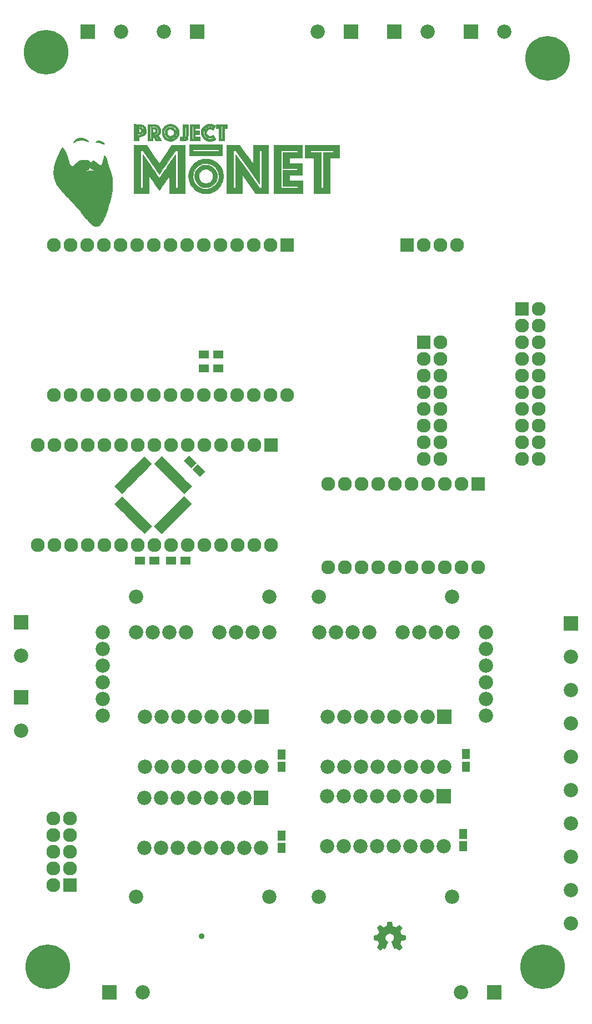
<source format=gts>
G04 #@! TF.FileFunction,Soldermask,Top*
%FSLAX46Y46*%
G04 Gerber Fmt 4.6, Leading zero omitted, Abs format (unit mm)*
G04 Created by KiCad (PCBNEW 4.0.4-stable) date Thursday, September 01, 2016 'PMt' 05:44:21 PM*
%MOMM*%
%LPD*%
G01*
G04 APERTURE LIST*
%ADD10C,0.100000*%
%ADD11C,0.010000*%
%ADD12C,0.908000*%
%ADD13R,2.127200X2.127200*%
%ADD14C,2.127200*%
%ADD15R,2.178000X2.178000*%
%ADD16C,2.178000*%
%ADD17C,6.800000*%
%ADD18R,1.150000X1.600000*%
%ADD19O,2.127200X2.127200*%
%ADD20R,1.600000X1.300000*%
G04 APERTURE END LIST*
D10*
D11*
G36*
X67468361Y-89548743D02*
X67532547Y-89604814D01*
X67615723Y-89684843D01*
X67638223Y-89707498D01*
X67804664Y-89913357D01*
X67954079Y-90175951D01*
X68087259Y-90496920D01*
X68204995Y-90877907D01*
X68208529Y-90891157D01*
X68297653Y-91220324D01*
X68376265Y-91493846D01*
X68447293Y-91718059D01*
X68513663Y-91899298D01*
X68578305Y-92043900D01*
X68644143Y-92158200D01*
X68714108Y-92248533D01*
X68791125Y-92321236D01*
X68878122Y-92382644D01*
X68905244Y-92399014D01*
X69045687Y-92481320D01*
X69356042Y-92168362D01*
X69620290Y-91920560D01*
X69869960Y-91728222D01*
X70113696Y-91587795D01*
X70360141Y-91495725D01*
X70617941Y-91448461D01*
X70895737Y-91442448D01*
X71083924Y-91458127D01*
X71282188Y-91488931D01*
X71424123Y-91529752D01*
X71516430Y-91583585D01*
X71565810Y-91653421D01*
X71572932Y-91676565D01*
X71613858Y-91784893D01*
X71673134Y-91836042D01*
X71753636Y-91830195D01*
X71858245Y-91767536D01*
X71936969Y-91699771D01*
X72041622Y-91611793D01*
X72125001Y-91567228D01*
X72188097Y-91557075D01*
X72256934Y-91561993D01*
X72321622Y-91581196D01*
X72392397Y-91621357D01*
X72479489Y-91689147D01*
X72593132Y-91791240D01*
X72694737Y-91887430D01*
X72864776Y-92042034D01*
X73005790Y-92150616D01*
X73126183Y-92218348D01*
X73234362Y-92250404D01*
X73291505Y-92254703D01*
X73406447Y-92243660D01*
X73469182Y-92207645D01*
X73487496Y-92145280D01*
X73497553Y-92088320D01*
X73524903Y-91986368D01*
X73565316Y-91854089D01*
X73612311Y-91712655D01*
X73666751Y-91544613D01*
X73716532Y-91372557D01*
X73755317Y-91219401D01*
X73773667Y-91128985D01*
X73799843Y-90967354D01*
X73818904Y-90860822D01*
X73836248Y-90802313D01*
X73857275Y-90784751D01*
X73887382Y-90801060D01*
X73931967Y-90844166D01*
X73965477Y-90877573D01*
X74036691Y-90953345D01*
X74095841Y-91033815D01*
X74146990Y-91128965D01*
X74194198Y-91248777D01*
X74241526Y-91403230D01*
X74293035Y-91602306D01*
X74338709Y-91794902D01*
X74449211Y-92218421D01*
X74579836Y-92613701D01*
X74657218Y-92814399D01*
X74806867Y-93210028D01*
X74922659Y-93576426D01*
X75007952Y-93931006D01*
X75066105Y-94291177D01*
X75100476Y-94674350D01*
X75114423Y-95097936D01*
X75115054Y-95187911D01*
X75113299Y-95454986D01*
X75105205Y-95704792D01*
X75089333Y-95944886D01*
X75064244Y-96182825D01*
X75028498Y-96426169D01*
X74980656Y-96682475D01*
X74919278Y-96959300D01*
X74842925Y-97264203D01*
X74750158Y-97604741D01*
X74639537Y-97988472D01*
X74509622Y-98422955D01*
X74480926Y-98517499D01*
X74359101Y-98913436D01*
X74250684Y-99255186D01*
X74153092Y-99549931D01*
X74063742Y-99804857D01*
X73980051Y-100027146D01*
X73899435Y-100223983D01*
X73819312Y-100402551D01*
X73756965Y-100530849D01*
X73575172Y-100860421D01*
X73391983Y-101127096D01*
X73206598Y-101331397D01*
X73018221Y-101473846D01*
X72826052Y-101554963D01*
X72629295Y-101575273D01*
X72427150Y-101535295D01*
X72302001Y-101482110D01*
X72173079Y-101410819D01*
X72043801Y-101326156D01*
X71910214Y-101224071D01*
X71768368Y-101100513D01*
X71614310Y-100951433D01*
X71444088Y-100772780D01*
X71253751Y-100560502D01*
X71039346Y-100310551D01*
X70796923Y-100018874D01*
X70522528Y-99681423D01*
X70416229Y-99549289D01*
X70134859Y-99203741D01*
X69852816Y-98866876D01*
X69579397Y-98549488D01*
X69323899Y-98262368D01*
X69095620Y-98016308D01*
X69095611Y-98016298D01*
X68714603Y-97615896D01*
X68375121Y-97257320D01*
X68074261Y-96937141D01*
X67809121Y-96651927D01*
X67576799Y-96398247D01*
X67374391Y-96172671D01*
X67198995Y-95971766D01*
X67047709Y-95792101D01*
X66917628Y-95630247D01*
X66805851Y-95482771D01*
X66709476Y-95346243D01*
X66625598Y-95217231D01*
X66551316Y-95092304D01*
X66483727Y-94968032D01*
X66434505Y-94870807D01*
X66321627Y-94616244D01*
X66239546Y-94367013D01*
X66184010Y-94104770D01*
X66150767Y-93811166D01*
X66139158Y-93596428D01*
X66138293Y-93262468D01*
X66138398Y-93260975D01*
X70348170Y-93260975D01*
X70361965Y-93270882D01*
X70427677Y-93268665D01*
X70535294Y-93255878D01*
X70674805Y-93234075D01*
X70836199Y-93204813D01*
X71009464Y-93169643D01*
X71172639Y-93132960D01*
X71567047Y-93059336D01*
X71931069Y-93031584D01*
X72260132Y-93049807D01*
X72512402Y-93102542D01*
X72617391Y-93131000D01*
X72693728Y-93146804D01*
X72726197Y-93146865D01*
X72726447Y-93145979D01*
X72698875Y-93126546D01*
X72626227Y-93093829D01*
X72523608Y-93054561D01*
X72512402Y-93050576D01*
X72365387Y-92995723D01*
X72206851Y-92932148D01*
X72103019Y-92887662D01*
X71974417Y-92818898D01*
X71845209Y-92730945D01*
X71729907Y-92635737D01*
X71643020Y-92545209D01*
X71599801Y-92473751D01*
X71574272Y-92418128D01*
X71554537Y-92419582D01*
X71543743Y-92471824D01*
X71545040Y-92568565D01*
X71546018Y-92581199D01*
X71544655Y-92695748D01*
X71516044Y-92792530D01*
X71454436Y-92875491D01*
X71354086Y-92948579D01*
X71209244Y-93015740D01*
X71014163Y-93080919D01*
X70763095Y-93148065D01*
X70696984Y-93164163D01*
X70559873Y-93198226D01*
X70447077Y-93228398D01*
X70372009Y-93250955D01*
X70348170Y-93260975D01*
X66138398Y-93260975D01*
X66161701Y-92932440D01*
X66211451Y-92597062D01*
X66289616Y-92247053D01*
X66398268Y-91873130D01*
X66539477Y-91466013D01*
X66714671Y-91017998D01*
X66777008Y-90870575D01*
X66852614Y-90699684D01*
X66937284Y-90514019D01*
X67026813Y-90322277D01*
X67116995Y-90133150D01*
X67203624Y-89955335D01*
X67282496Y-89797526D01*
X67349405Y-89668417D01*
X67400145Y-89576704D01*
X67430510Y-89531082D01*
X67435542Y-89527611D01*
X67468361Y-89548743D01*
X67468361Y-89548743D01*
G37*
X67468361Y-89548743D02*
X67532547Y-89604814D01*
X67615723Y-89684843D01*
X67638223Y-89707498D01*
X67804664Y-89913357D01*
X67954079Y-90175951D01*
X68087259Y-90496920D01*
X68204995Y-90877907D01*
X68208529Y-90891157D01*
X68297653Y-91220324D01*
X68376265Y-91493846D01*
X68447293Y-91718059D01*
X68513663Y-91899298D01*
X68578305Y-92043900D01*
X68644143Y-92158200D01*
X68714108Y-92248533D01*
X68791125Y-92321236D01*
X68878122Y-92382644D01*
X68905244Y-92399014D01*
X69045687Y-92481320D01*
X69356042Y-92168362D01*
X69620290Y-91920560D01*
X69869960Y-91728222D01*
X70113696Y-91587795D01*
X70360141Y-91495725D01*
X70617941Y-91448461D01*
X70895737Y-91442448D01*
X71083924Y-91458127D01*
X71282188Y-91488931D01*
X71424123Y-91529752D01*
X71516430Y-91583585D01*
X71565810Y-91653421D01*
X71572932Y-91676565D01*
X71613858Y-91784893D01*
X71673134Y-91836042D01*
X71753636Y-91830195D01*
X71858245Y-91767536D01*
X71936969Y-91699771D01*
X72041622Y-91611793D01*
X72125001Y-91567228D01*
X72188097Y-91557075D01*
X72256934Y-91561993D01*
X72321622Y-91581196D01*
X72392397Y-91621357D01*
X72479489Y-91689147D01*
X72593132Y-91791240D01*
X72694737Y-91887430D01*
X72864776Y-92042034D01*
X73005790Y-92150616D01*
X73126183Y-92218348D01*
X73234362Y-92250404D01*
X73291505Y-92254703D01*
X73406447Y-92243660D01*
X73469182Y-92207645D01*
X73487496Y-92145280D01*
X73497553Y-92088320D01*
X73524903Y-91986368D01*
X73565316Y-91854089D01*
X73612311Y-91712655D01*
X73666751Y-91544613D01*
X73716532Y-91372557D01*
X73755317Y-91219401D01*
X73773667Y-91128985D01*
X73799843Y-90967354D01*
X73818904Y-90860822D01*
X73836248Y-90802313D01*
X73857275Y-90784751D01*
X73887382Y-90801060D01*
X73931967Y-90844166D01*
X73965477Y-90877573D01*
X74036691Y-90953345D01*
X74095841Y-91033815D01*
X74146990Y-91128965D01*
X74194198Y-91248777D01*
X74241526Y-91403230D01*
X74293035Y-91602306D01*
X74338709Y-91794902D01*
X74449211Y-92218421D01*
X74579836Y-92613701D01*
X74657218Y-92814399D01*
X74806867Y-93210028D01*
X74922659Y-93576426D01*
X75007952Y-93931006D01*
X75066105Y-94291177D01*
X75100476Y-94674350D01*
X75114423Y-95097936D01*
X75115054Y-95187911D01*
X75113299Y-95454986D01*
X75105205Y-95704792D01*
X75089333Y-95944886D01*
X75064244Y-96182825D01*
X75028498Y-96426169D01*
X74980656Y-96682475D01*
X74919278Y-96959300D01*
X74842925Y-97264203D01*
X74750158Y-97604741D01*
X74639537Y-97988472D01*
X74509622Y-98422955D01*
X74480926Y-98517499D01*
X74359101Y-98913436D01*
X74250684Y-99255186D01*
X74153092Y-99549931D01*
X74063742Y-99804857D01*
X73980051Y-100027146D01*
X73899435Y-100223983D01*
X73819312Y-100402551D01*
X73756965Y-100530849D01*
X73575172Y-100860421D01*
X73391983Y-101127096D01*
X73206598Y-101331397D01*
X73018221Y-101473846D01*
X72826052Y-101554963D01*
X72629295Y-101575273D01*
X72427150Y-101535295D01*
X72302001Y-101482110D01*
X72173079Y-101410819D01*
X72043801Y-101326156D01*
X71910214Y-101224071D01*
X71768368Y-101100513D01*
X71614310Y-100951433D01*
X71444088Y-100772780D01*
X71253751Y-100560502D01*
X71039346Y-100310551D01*
X70796923Y-100018874D01*
X70522528Y-99681423D01*
X70416229Y-99549289D01*
X70134859Y-99203741D01*
X69852816Y-98866876D01*
X69579397Y-98549488D01*
X69323899Y-98262368D01*
X69095620Y-98016308D01*
X69095611Y-98016298D01*
X68714603Y-97615896D01*
X68375121Y-97257320D01*
X68074261Y-96937141D01*
X67809121Y-96651927D01*
X67576799Y-96398247D01*
X67374391Y-96172671D01*
X67198995Y-95971766D01*
X67047709Y-95792101D01*
X66917628Y-95630247D01*
X66805851Y-95482771D01*
X66709476Y-95346243D01*
X66625598Y-95217231D01*
X66551316Y-95092304D01*
X66483727Y-94968032D01*
X66434505Y-94870807D01*
X66321627Y-94616244D01*
X66239546Y-94367013D01*
X66184010Y-94104770D01*
X66150767Y-93811166D01*
X66139158Y-93596428D01*
X66138293Y-93262468D01*
X66138398Y-93260975D01*
X70348170Y-93260975D01*
X70361965Y-93270882D01*
X70427677Y-93268665D01*
X70535294Y-93255878D01*
X70674805Y-93234075D01*
X70836199Y-93204813D01*
X71009464Y-93169643D01*
X71172639Y-93132960D01*
X71567047Y-93059336D01*
X71931069Y-93031584D01*
X72260132Y-93049807D01*
X72512402Y-93102542D01*
X72617391Y-93131000D01*
X72693728Y-93146804D01*
X72726197Y-93146865D01*
X72726447Y-93145979D01*
X72698875Y-93126546D01*
X72626227Y-93093829D01*
X72523608Y-93054561D01*
X72512402Y-93050576D01*
X72365387Y-92995723D01*
X72206851Y-92932148D01*
X72103019Y-92887662D01*
X71974417Y-92818898D01*
X71845209Y-92730945D01*
X71729907Y-92635737D01*
X71643020Y-92545209D01*
X71599801Y-92473751D01*
X71574272Y-92418128D01*
X71554537Y-92419582D01*
X71543743Y-92471824D01*
X71545040Y-92568565D01*
X71546018Y-92581199D01*
X71544655Y-92695748D01*
X71516044Y-92792530D01*
X71454436Y-92875491D01*
X71354086Y-92948579D01*
X71209244Y-93015740D01*
X71014163Y-93080919D01*
X70763095Y-93148065D01*
X70696984Y-93164163D01*
X70559873Y-93198226D01*
X70447077Y-93228398D01*
X70372009Y-93250955D01*
X70348170Y-93260975D01*
X66138398Y-93260975D01*
X66161701Y-92932440D01*
X66211451Y-92597062D01*
X66289616Y-92247053D01*
X66398268Y-91873130D01*
X66539477Y-91466013D01*
X66714671Y-91017998D01*
X66777008Y-90870575D01*
X66852614Y-90699684D01*
X66937284Y-90514019D01*
X67026813Y-90322277D01*
X67116995Y-90133150D01*
X67203624Y-89955335D01*
X67282496Y-89797526D01*
X67349405Y-89668417D01*
X67400145Y-89576704D01*
X67430510Y-89531082D01*
X67435542Y-89527611D01*
X67468361Y-89548743D01*
G36*
X79313007Y-89154556D02*
X80286832Y-89162942D01*
X81245635Y-90573485D01*
X81427482Y-90840461D01*
X81598981Y-91091186D01*
X81756779Y-91320829D01*
X81897522Y-91524559D01*
X82017855Y-91697546D01*
X82114425Y-91834959D01*
X82183877Y-91931967D01*
X82222858Y-91983739D01*
X82229924Y-91991169D01*
X82251939Y-91966993D01*
X82305904Y-91894890D01*
X82388497Y-91779637D01*
X82496395Y-91626011D01*
X82626274Y-91438792D01*
X82774811Y-91222757D01*
X82938683Y-90982684D01*
X83114568Y-90723351D01*
X83210918Y-90580626D01*
X84166425Y-89162942D01*
X85153178Y-89154563D01*
X86139930Y-89146184D01*
X86139930Y-96567312D01*
X83761653Y-96567312D01*
X83761653Y-95228682D01*
X83761409Y-94898542D01*
X83760560Y-94626753D01*
X83758936Y-94408246D01*
X83756363Y-94237954D01*
X83752671Y-94110808D01*
X83747686Y-94021740D01*
X83741236Y-93965681D01*
X83733150Y-93937564D01*
X83723255Y-93932319D01*
X83717768Y-93936484D01*
X83690635Y-93972430D01*
X83632162Y-94054926D01*
X83546496Y-94177959D01*
X83437784Y-94335516D01*
X83310172Y-94521583D01*
X83167806Y-94730147D01*
X83014833Y-94955194D01*
X82986044Y-94997649D01*
X82831814Y-95224741D01*
X82687649Y-95436183D01*
X82557655Y-95626012D01*
X82445944Y-95788261D01*
X82356624Y-95916967D01*
X82293805Y-96006165D01*
X82261595Y-96049890D01*
X82259292Y-96052547D01*
X82242914Y-96053168D01*
X82213428Y-96030219D01*
X82167978Y-95979856D01*
X82103705Y-95898235D01*
X82017754Y-95781511D01*
X81907266Y-95625839D01*
X81769385Y-95427376D01*
X81601253Y-95182277D01*
X81476846Y-94999739D01*
X81317147Y-94765761D01*
X81168081Y-94548853D01*
X81033481Y-94354481D01*
X80917175Y-94188109D01*
X80822997Y-94055202D01*
X80754775Y-93961224D01*
X80716342Y-93911639D01*
X80709531Y-93905203D01*
X80704465Y-93935481D01*
X80699769Y-94022639D01*
X80695557Y-94160135D01*
X80691948Y-94341431D01*
X80689058Y-94559985D01*
X80687005Y-94809256D01*
X80685905Y-95082705D01*
X80685748Y-95235477D01*
X80685748Y-96567312D01*
X78339181Y-96567312D01*
X78339181Y-89999953D01*
X79417334Y-89999953D01*
X79417334Y-95711132D01*
X79734060Y-95711132D01*
X79742176Y-93170305D01*
X79750292Y-90629479D01*
X80983275Y-92425112D01*
X81190448Y-92726403D01*
X81387256Y-93011801D01*
X81570748Y-93277079D01*
X81737974Y-93518012D01*
X81885985Y-93730374D01*
X82011830Y-93909937D01*
X82112558Y-94052476D01*
X82185221Y-94153765D01*
X82226867Y-94209577D01*
X82235834Y-94219488D01*
X82256528Y-94193750D01*
X82309916Y-94119807D01*
X82393056Y-94001912D01*
X82503002Y-93844318D01*
X82636810Y-93651280D01*
X82791536Y-93427052D01*
X82964237Y-93175886D01*
X83151967Y-92902037D01*
X83351782Y-92609760D01*
X83476260Y-92427299D01*
X84697109Y-90636368D01*
X84713341Y-95711132D01*
X85030068Y-95711132D01*
X85030068Y-89999953D01*
X84866775Y-90009537D01*
X84703482Y-90019122D01*
X83479446Y-91824482D01*
X83273796Y-92127190D01*
X83078230Y-92413870D01*
X82895689Y-92680288D01*
X82729113Y-92922208D01*
X82581441Y-93135395D01*
X82455615Y-93315614D01*
X82354575Y-93458628D01*
X82281260Y-93560203D01*
X82238612Y-93616104D01*
X82228810Y-93625963D01*
X82206953Y-93599756D01*
X82152473Y-93525299D01*
X82068323Y-93406849D01*
X81957454Y-93248660D01*
X81822818Y-93054987D01*
X81667368Y-92830085D01*
X81494055Y-92578209D01*
X81305832Y-92303613D01*
X81105649Y-92010553D01*
X80976250Y-91820603D01*
X79750292Y-90019122D01*
X79583813Y-90009537D01*
X79417334Y-89999953D01*
X78339181Y-89999953D01*
X78339181Y-89146171D01*
X79313007Y-89154556D01*
X79313007Y-89154556D01*
G37*
X79313007Y-89154556D02*
X80286832Y-89162942D01*
X81245635Y-90573485D01*
X81427482Y-90840461D01*
X81598981Y-91091186D01*
X81756779Y-91320829D01*
X81897522Y-91524559D01*
X82017855Y-91697546D01*
X82114425Y-91834959D01*
X82183877Y-91931967D01*
X82222858Y-91983739D01*
X82229924Y-91991169D01*
X82251939Y-91966993D01*
X82305904Y-91894890D01*
X82388497Y-91779637D01*
X82496395Y-91626011D01*
X82626274Y-91438792D01*
X82774811Y-91222757D01*
X82938683Y-90982684D01*
X83114568Y-90723351D01*
X83210918Y-90580626D01*
X84166425Y-89162942D01*
X85153178Y-89154563D01*
X86139930Y-89146184D01*
X86139930Y-96567312D01*
X83761653Y-96567312D01*
X83761653Y-95228682D01*
X83761409Y-94898542D01*
X83760560Y-94626753D01*
X83758936Y-94408246D01*
X83756363Y-94237954D01*
X83752671Y-94110808D01*
X83747686Y-94021740D01*
X83741236Y-93965681D01*
X83733150Y-93937564D01*
X83723255Y-93932319D01*
X83717768Y-93936484D01*
X83690635Y-93972430D01*
X83632162Y-94054926D01*
X83546496Y-94177959D01*
X83437784Y-94335516D01*
X83310172Y-94521583D01*
X83167806Y-94730147D01*
X83014833Y-94955194D01*
X82986044Y-94997649D01*
X82831814Y-95224741D01*
X82687649Y-95436183D01*
X82557655Y-95626012D01*
X82445944Y-95788261D01*
X82356624Y-95916967D01*
X82293805Y-96006165D01*
X82261595Y-96049890D01*
X82259292Y-96052547D01*
X82242914Y-96053168D01*
X82213428Y-96030219D01*
X82167978Y-95979856D01*
X82103705Y-95898235D01*
X82017754Y-95781511D01*
X81907266Y-95625839D01*
X81769385Y-95427376D01*
X81601253Y-95182277D01*
X81476846Y-94999739D01*
X81317147Y-94765761D01*
X81168081Y-94548853D01*
X81033481Y-94354481D01*
X80917175Y-94188109D01*
X80822997Y-94055202D01*
X80754775Y-93961224D01*
X80716342Y-93911639D01*
X80709531Y-93905203D01*
X80704465Y-93935481D01*
X80699769Y-94022639D01*
X80695557Y-94160135D01*
X80691948Y-94341431D01*
X80689058Y-94559985D01*
X80687005Y-94809256D01*
X80685905Y-95082705D01*
X80685748Y-95235477D01*
X80685748Y-96567312D01*
X78339181Y-96567312D01*
X78339181Y-89999953D01*
X79417334Y-89999953D01*
X79417334Y-95711132D01*
X79734060Y-95711132D01*
X79742176Y-93170305D01*
X79750292Y-90629479D01*
X80983275Y-92425112D01*
X81190448Y-92726403D01*
X81387256Y-93011801D01*
X81570748Y-93277079D01*
X81737974Y-93518012D01*
X81885985Y-93730374D01*
X82011830Y-93909937D01*
X82112558Y-94052476D01*
X82185221Y-94153765D01*
X82226867Y-94209577D01*
X82235834Y-94219488D01*
X82256528Y-94193750D01*
X82309916Y-94119807D01*
X82393056Y-94001912D01*
X82503002Y-93844318D01*
X82636810Y-93651280D01*
X82791536Y-93427052D01*
X82964237Y-93175886D01*
X83151967Y-92902037D01*
X83351782Y-92609760D01*
X83476260Y-92427299D01*
X84697109Y-90636368D01*
X84713341Y-95711132D01*
X85030068Y-95711132D01*
X85030068Y-89999953D01*
X84866775Y-90009537D01*
X84703482Y-90019122D01*
X83479446Y-91824482D01*
X83273796Y-92127190D01*
X83078230Y-92413870D01*
X82895689Y-92680288D01*
X82729113Y-92922208D01*
X82581441Y-93135395D01*
X82455615Y-93315614D01*
X82354575Y-93458628D01*
X82281260Y-93560203D01*
X82238612Y-93616104D01*
X82228810Y-93625963D01*
X82206953Y-93599756D01*
X82152473Y-93525299D01*
X82068323Y-93406849D01*
X81957454Y-93248660D01*
X81822818Y-93054987D01*
X81667368Y-92830085D01*
X81494055Y-92578209D01*
X81305832Y-92303613D01*
X81105649Y-92010553D01*
X80976250Y-91820603D01*
X79750292Y-90019122D01*
X79583813Y-90009537D01*
X79417334Y-89999953D01*
X78339181Y-89999953D01*
X78339181Y-89146171D01*
X79313007Y-89154556D01*
G36*
X89765623Y-91300593D02*
X90145262Y-91390478D01*
X90504827Y-91534883D01*
X90838977Y-91729708D01*
X91142372Y-91970853D01*
X91409671Y-92254217D01*
X91635533Y-92575699D01*
X91814618Y-92931200D01*
X91916740Y-93223663D01*
X91956669Y-93414802D01*
X91981975Y-93645370D01*
X91992450Y-93895376D01*
X91987885Y-94144830D01*
X91968071Y-94373742D01*
X91932800Y-94562120D01*
X91930781Y-94569559D01*
X91793641Y-94950264D01*
X91596226Y-95320825D01*
X91342276Y-95674713D01*
X91180119Y-95841927D01*
X90971220Y-96010430D01*
X90731289Y-96170481D01*
X90476038Y-96312340D01*
X90221178Y-96426265D01*
X90024450Y-96491751D01*
X89866913Y-96522308D01*
X89666427Y-96543412D01*
X89442814Y-96554651D01*
X89215898Y-96555611D01*
X89005501Y-96545880D01*
X88831448Y-96525044D01*
X88793033Y-96517411D01*
X88405980Y-96399668D01*
X88045962Y-96227123D01*
X87717659Y-96004322D01*
X87425753Y-95735814D01*
X87174927Y-95426148D01*
X86969861Y-95079871D01*
X86815239Y-94701531D01*
X86771585Y-94553704D01*
X86723881Y-94300166D01*
X86702386Y-94013747D01*
X86704334Y-93892100D01*
X87380779Y-93892100D01*
X87387308Y-94062099D01*
X87441650Y-94412496D01*
X87553080Y-94735443D01*
X87721326Y-95030338D01*
X87946113Y-95296578D01*
X87948448Y-95298897D01*
X88226010Y-95532128D01*
X88528351Y-95707856D01*
X88851108Y-95824906D01*
X89189920Y-95882103D01*
X89540423Y-95878275D01*
X89876720Y-95817967D01*
X90166742Y-95711422D01*
X90441915Y-95551196D01*
X90693429Y-95346271D01*
X90912472Y-95105629D01*
X91090236Y-94838251D01*
X91217910Y-94553119D01*
X91259967Y-94407737D01*
X91291106Y-94216202D01*
X91305508Y-93993305D01*
X91303208Y-93763623D01*
X91284246Y-93551735D01*
X91258453Y-93416708D01*
X91156355Y-93133567D01*
X91002842Y-92858493D01*
X90808025Y-92603905D01*
X90582013Y-92382223D01*
X90334919Y-92205867D01*
X90225003Y-92147206D01*
X89896943Y-92022837D01*
X89563193Y-91957815D01*
X89230346Y-91949916D01*
X88904992Y-91996917D01*
X88593722Y-92096593D01*
X88303126Y-92246722D01*
X88039796Y-92445079D01*
X87810322Y-92689442D01*
X87621295Y-92977587D01*
X87591161Y-93035764D01*
X87470759Y-93321464D01*
X87402088Y-93599578D01*
X87380779Y-93892100D01*
X86704334Y-93892100D01*
X86707102Y-93719318D01*
X86738034Y-93441752D01*
X86771367Y-93285289D01*
X86907239Y-92890693D01*
X87095632Y-92528085D01*
X87332880Y-92201703D01*
X87615318Y-91915783D01*
X87939280Y-91674564D01*
X88301101Y-91482284D01*
X88348543Y-91462010D01*
X88642701Y-91358923D01*
X88940354Y-91296541D01*
X89264008Y-91270625D01*
X89371252Y-91269330D01*
X89765623Y-91300593D01*
X89765623Y-91300593D01*
G37*
X89765623Y-91300593D02*
X90145262Y-91390478D01*
X90504827Y-91534883D01*
X90838977Y-91729708D01*
X91142372Y-91970853D01*
X91409671Y-92254217D01*
X91635533Y-92575699D01*
X91814618Y-92931200D01*
X91916740Y-93223663D01*
X91956669Y-93414802D01*
X91981975Y-93645370D01*
X91992450Y-93895376D01*
X91987885Y-94144830D01*
X91968071Y-94373742D01*
X91932800Y-94562120D01*
X91930781Y-94569559D01*
X91793641Y-94950264D01*
X91596226Y-95320825D01*
X91342276Y-95674713D01*
X91180119Y-95841927D01*
X90971220Y-96010430D01*
X90731289Y-96170481D01*
X90476038Y-96312340D01*
X90221178Y-96426265D01*
X90024450Y-96491751D01*
X89866913Y-96522308D01*
X89666427Y-96543412D01*
X89442814Y-96554651D01*
X89215898Y-96555611D01*
X89005501Y-96545880D01*
X88831448Y-96525044D01*
X88793033Y-96517411D01*
X88405980Y-96399668D01*
X88045962Y-96227123D01*
X87717659Y-96004322D01*
X87425753Y-95735814D01*
X87174927Y-95426148D01*
X86969861Y-95079871D01*
X86815239Y-94701531D01*
X86771585Y-94553704D01*
X86723881Y-94300166D01*
X86702386Y-94013747D01*
X86704334Y-93892100D01*
X87380779Y-93892100D01*
X87387308Y-94062099D01*
X87441650Y-94412496D01*
X87553080Y-94735443D01*
X87721326Y-95030338D01*
X87946113Y-95296578D01*
X87948448Y-95298897D01*
X88226010Y-95532128D01*
X88528351Y-95707856D01*
X88851108Y-95824906D01*
X89189920Y-95882103D01*
X89540423Y-95878275D01*
X89876720Y-95817967D01*
X90166742Y-95711422D01*
X90441915Y-95551196D01*
X90693429Y-95346271D01*
X90912472Y-95105629D01*
X91090236Y-94838251D01*
X91217910Y-94553119D01*
X91259967Y-94407737D01*
X91291106Y-94216202D01*
X91305508Y-93993305D01*
X91303208Y-93763623D01*
X91284246Y-93551735D01*
X91258453Y-93416708D01*
X91156355Y-93133567D01*
X91002842Y-92858493D01*
X90808025Y-92603905D01*
X90582013Y-92382223D01*
X90334919Y-92205867D01*
X90225003Y-92147206D01*
X89896943Y-92022837D01*
X89563193Y-91957815D01*
X89230346Y-91949916D01*
X88904992Y-91996917D01*
X88593722Y-92096593D01*
X88303126Y-92246722D01*
X88039796Y-92445079D01*
X87810322Y-92689442D01*
X87621295Y-92977587D01*
X87591161Y-93035764D01*
X87470759Y-93321464D01*
X87402088Y-93599578D01*
X87380779Y-93892100D01*
X86704334Y-93892100D01*
X86707102Y-93719318D01*
X86738034Y-93441752D01*
X86771367Y-93285289D01*
X86907239Y-92890693D01*
X87095632Y-92528085D01*
X87332880Y-92201703D01*
X87615318Y-91915783D01*
X87939280Y-91674564D01*
X88301101Y-91482284D01*
X88348543Y-91462010D01*
X88642701Y-91358923D01*
X88940354Y-91296541D01*
X89264008Y-91270625D01*
X89371252Y-91269330D01*
X89765623Y-91300593D01*
G36*
X93518903Y-89154556D02*
X94492383Y-89162942D01*
X95503365Y-90574053D01*
X95693568Y-90839000D01*
X95873149Y-91088117D01*
X96038653Y-91316682D01*
X96186626Y-91519973D01*
X96313611Y-91693268D01*
X96416155Y-91831843D01*
X96490801Y-91930976D01*
X96534095Y-91985944D01*
X96543493Y-91995735D01*
X96550253Y-91967318D01*
X96556290Y-91879806D01*
X96561517Y-91737524D01*
X96565845Y-91544794D01*
X96569185Y-91305939D01*
X96571449Y-91025282D01*
X96572546Y-90707147D01*
X96572639Y-90576696D01*
X96572639Y-89147087D01*
X98887496Y-89147087D01*
X98887496Y-96567312D01*
X96928061Y-96567312D01*
X94876135Y-93697524D01*
X94867884Y-95132418D01*
X94859634Y-96567312D01*
X92545423Y-96567312D01*
X92545423Y-95711132D01*
X93560155Y-95711132D01*
X93876884Y-95711132D01*
X93893114Y-90599218D01*
X95716460Y-93154399D01*
X97539805Y-95709579D01*
X97706285Y-95710356D01*
X97872764Y-95711132D01*
X97872764Y-90003267D01*
X97556034Y-90003267D01*
X97547920Y-92568096D01*
X97539805Y-95132925D01*
X95716134Y-92576024D01*
X93892462Y-90019122D01*
X93726309Y-90009537D01*
X93560155Y-89999953D01*
X93560155Y-95711132D01*
X92545423Y-95711132D01*
X92545423Y-89146171D01*
X93518903Y-89154556D01*
X93518903Y-89154556D01*
G37*
X93518903Y-89154556D02*
X94492383Y-89162942D01*
X95503365Y-90574053D01*
X95693568Y-90839000D01*
X95873149Y-91088117D01*
X96038653Y-91316682D01*
X96186626Y-91519973D01*
X96313611Y-91693268D01*
X96416155Y-91831843D01*
X96490801Y-91930976D01*
X96534095Y-91985944D01*
X96543493Y-91995735D01*
X96550253Y-91967318D01*
X96556290Y-91879806D01*
X96561517Y-91737524D01*
X96565845Y-91544794D01*
X96569185Y-91305939D01*
X96571449Y-91025282D01*
X96572546Y-90707147D01*
X96572639Y-90576696D01*
X96572639Y-89147087D01*
X98887496Y-89147087D01*
X98887496Y-96567312D01*
X96928061Y-96567312D01*
X94876135Y-93697524D01*
X94867884Y-95132418D01*
X94859634Y-96567312D01*
X92545423Y-96567312D01*
X92545423Y-95711132D01*
X93560155Y-95711132D01*
X93876884Y-95711132D01*
X93893114Y-90599218D01*
X95716460Y-93154399D01*
X97539805Y-95709579D01*
X97706285Y-95710356D01*
X97872764Y-95711132D01*
X97872764Y-90003267D01*
X97556034Y-90003267D01*
X97547920Y-92568096D01*
X97539805Y-95132925D01*
X95716134Y-92576024D01*
X93892462Y-90019122D01*
X93726309Y-90009537D01*
X93560155Y-89999953D01*
X93560155Y-95711132D01*
X92545423Y-95711132D01*
X92545423Y-89146171D01*
X93518903Y-89154556D01*
G36*
X104056285Y-91081419D02*
X102058532Y-91081419D01*
X102058532Y-91937599D01*
X104024575Y-91937599D01*
X104024575Y-93745090D01*
X102058532Y-93745090D01*
X102058532Y-94632980D01*
X104151416Y-94632980D01*
X104151416Y-96567312D01*
X99711965Y-96567312D01*
X99711965Y-90003267D01*
X100790118Y-90003267D01*
X100790118Y-95711132D01*
X103358657Y-95711132D01*
X103358657Y-95425739D01*
X101107221Y-95425739D01*
X101107221Y-92984041D01*
X103231815Y-92984041D01*
X103231815Y-92698648D01*
X101107221Y-92698648D01*
X101107221Y-90288660D01*
X103358657Y-90288660D01*
X103358657Y-90003267D01*
X100790118Y-90003267D01*
X99711965Y-90003267D01*
X99711965Y-89147087D01*
X104056285Y-89147087D01*
X104056285Y-91081419D01*
X104056285Y-91081419D01*
G37*
X104056285Y-91081419D02*
X102058532Y-91081419D01*
X102058532Y-91937599D01*
X104024575Y-91937599D01*
X104024575Y-93745090D01*
X102058532Y-93745090D01*
X102058532Y-94632980D01*
X104151416Y-94632980D01*
X104151416Y-96567312D01*
X99711965Y-96567312D01*
X99711965Y-90003267D01*
X100790118Y-90003267D01*
X100790118Y-95711132D01*
X103358657Y-95711132D01*
X103358657Y-95425739D01*
X101107221Y-95425739D01*
X101107221Y-92984041D01*
X103231815Y-92984041D01*
X103231815Y-92698648D01*
X101107221Y-92698648D01*
X101107221Y-90288660D01*
X103358657Y-90288660D01*
X103358657Y-90003267D01*
X100790118Y-90003267D01*
X99711965Y-90003267D01*
X99711965Y-89147087D01*
X104056285Y-89147087D01*
X104056285Y-91081419D01*
G36*
X109669019Y-91081419D02*
X108273763Y-91081419D01*
X108273763Y-96567312D01*
X105832065Y-96567312D01*
X105832065Y-91081419D01*
X104468520Y-91081419D01*
X104468520Y-90003267D01*
X105292989Y-90003267D01*
X105292989Y-90288660D01*
X106910217Y-90288660D01*
X106910217Y-95711132D01*
X107227321Y-95711132D01*
X107227321Y-90288660D01*
X108812839Y-90288660D01*
X108812839Y-90003267D01*
X105292989Y-90003267D01*
X104468520Y-90003267D01*
X104468520Y-89147087D01*
X109669019Y-89147087D01*
X109669019Y-91081419D01*
X109669019Y-91081419D01*
G37*
X109669019Y-91081419D02*
X108273763Y-91081419D01*
X108273763Y-96567312D01*
X105832065Y-96567312D01*
X105832065Y-91081419D01*
X104468520Y-91081419D01*
X104468520Y-90003267D01*
X105292989Y-90003267D01*
X105292989Y-90288660D01*
X106910217Y-90288660D01*
X106910217Y-95711132D01*
X107227321Y-95711132D01*
X107227321Y-90288660D01*
X108812839Y-90288660D01*
X108812839Y-90003267D01*
X105292989Y-90003267D01*
X104468520Y-90003267D01*
X104468520Y-89147087D01*
X109669019Y-89147087D01*
X109669019Y-91081419D01*
G36*
X91879506Y-90796026D02*
X86805848Y-90796026D01*
X86805848Y-89844715D01*
X87376634Y-89844715D01*
X87376634Y-90066688D01*
X91308719Y-90066688D01*
X91308719Y-89844715D01*
X87376634Y-89844715D01*
X86805848Y-89844715D01*
X86805848Y-89115377D01*
X91879506Y-89115377D01*
X91879506Y-90796026D01*
X91879506Y-90796026D01*
G37*
X91879506Y-90796026D02*
X86805848Y-90796026D01*
X86805848Y-89844715D01*
X87376634Y-89844715D01*
X87376634Y-90066688D01*
X91308719Y-90066688D01*
X91308719Y-89844715D01*
X87376634Y-89844715D01*
X86805848Y-89844715D01*
X86805848Y-89115377D01*
X91879506Y-89115377D01*
X91879506Y-90796026D01*
G36*
X73166050Y-88515083D02*
X73339429Y-88564104D01*
X73504872Y-88634579D01*
X73651403Y-88719256D01*
X73768046Y-88810883D01*
X73843826Y-88902208D01*
X73868020Y-88978901D01*
X73862273Y-89024042D01*
X73837877Y-89044315D01*
X73784106Y-89039565D01*
X73690231Y-89009635D01*
X73598482Y-88975002D01*
X73462081Y-88921042D01*
X73307205Y-88858090D01*
X73202103Y-88814357D01*
X73079782Y-88767020D01*
X72980574Y-88743427D01*
X72873459Y-88738592D01*
X72767002Y-88744447D01*
X72538018Y-88761533D01*
X72589376Y-88683151D01*
X72694509Y-88578408D01*
X72840107Y-88515557D01*
X73016739Y-88497349D01*
X73166050Y-88515083D01*
X73166050Y-88515083D01*
G37*
X73166050Y-88515083D02*
X73339429Y-88564104D01*
X73504872Y-88634579D01*
X73651403Y-88719256D01*
X73768046Y-88810883D01*
X73843826Y-88902208D01*
X73868020Y-88978901D01*
X73862273Y-89024042D01*
X73837877Y-89044315D01*
X73784106Y-89039565D01*
X73690231Y-89009635D01*
X73598482Y-88975002D01*
X73462081Y-88921042D01*
X73307205Y-88858090D01*
X73202103Y-88814357D01*
X73079782Y-88767020D01*
X72980574Y-88743427D01*
X72873459Y-88738592D01*
X72767002Y-88744447D01*
X72538018Y-88761533D01*
X72589376Y-88683151D01*
X72694509Y-88578408D01*
X72840107Y-88515557D01*
X73016739Y-88497349D01*
X73166050Y-88515083D01*
G36*
X70519320Y-88094135D02*
X70769177Y-88164457D01*
X71014837Y-88271986D01*
X71236814Y-88408804D01*
X71351033Y-88502128D01*
X71419449Y-88569778D01*
X71454413Y-88614228D01*
X71449037Y-88626569D01*
X71446709Y-88625918D01*
X71153659Y-88540841D01*
X70896605Y-88483082D01*
X70656073Y-88449211D01*
X70412588Y-88435799D01*
X70364025Y-88435279D01*
X70101165Y-88444028D01*
X69879969Y-88476259D01*
X69681388Y-88537125D01*
X69486373Y-88631773D01*
X69365967Y-88705099D01*
X69256568Y-88774797D01*
X69189742Y-88813872D01*
X69155485Y-88827164D01*
X69143790Y-88819512D01*
X69143176Y-88812865D01*
X69161478Y-88755712D01*
X69208490Y-88668585D01*
X69272372Y-88570272D01*
X69341284Y-88479562D01*
X69380543Y-88436179D01*
X69575065Y-88282424D01*
X69807426Y-88164948D01*
X70058897Y-88091357D01*
X70284749Y-88068935D01*
X70519320Y-88094135D01*
X70519320Y-88094135D01*
G37*
X70519320Y-88094135D02*
X70769177Y-88164457D01*
X71014837Y-88271986D01*
X71236814Y-88408804D01*
X71351033Y-88502128D01*
X71419449Y-88569778D01*
X71454413Y-88614228D01*
X71449037Y-88626569D01*
X71446709Y-88625918D01*
X71153659Y-88540841D01*
X70896605Y-88483082D01*
X70656073Y-88449211D01*
X70412588Y-88435799D01*
X70364025Y-88435279D01*
X70101165Y-88444028D01*
X69879969Y-88476259D01*
X69681388Y-88537125D01*
X69486373Y-88631773D01*
X69365967Y-88705099D01*
X69256568Y-88774797D01*
X69189742Y-88813872D01*
X69155485Y-88827164D01*
X69143790Y-88819512D01*
X69143176Y-88812865D01*
X69161478Y-88755712D01*
X69208490Y-88668585D01*
X69272372Y-88570272D01*
X69341284Y-88479562D01*
X69380543Y-88436179D01*
X69575065Y-88282424D01*
X69807426Y-88164948D01*
X70058897Y-88091357D01*
X70284749Y-88068935D01*
X70519320Y-88094135D01*
G36*
X84107146Y-85993394D02*
X84218952Y-86000324D01*
X84307305Y-86016394D01*
X84392176Y-86045304D01*
X84493536Y-86090753D01*
X84498626Y-86093161D01*
X84741876Y-86242685D01*
X84948099Y-86440102D01*
X85108296Y-86676412D01*
X85134930Y-86729465D01*
X85181181Y-86831996D01*
X85210734Y-86917169D01*
X85227285Y-87004955D01*
X85234536Y-87115325D01*
X85236183Y-87268253D01*
X85236185Y-87276176D01*
X85234818Y-87430289D01*
X85228195Y-87540759D01*
X85212533Y-87627345D01*
X85184047Y-87709807D01*
X85138955Y-87807906D01*
X85131406Y-87823390D01*
X84976971Y-88068676D01*
X84774975Y-88276471D01*
X84534446Y-88437719D01*
X84503085Y-88453677D01*
X84387456Y-88506560D01*
X84287587Y-88539231D01*
X84178679Y-88557348D01*
X84035930Y-88566565D01*
X84002707Y-88567784D01*
X83837348Y-88569392D01*
X83711524Y-88559229D01*
X83602002Y-88534575D01*
X83539681Y-88513630D01*
X83289215Y-88390999D01*
X83066743Y-88221320D01*
X82887510Y-88016299D01*
X82882203Y-88008622D01*
X82756849Y-87792247D01*
X82683211Y-87576390D01*
X82657813Y-87359200D01*
X82973043Y-87359200D01*
X83017836Y-87578195D01*
X83112696Y-87785070D01*
X83258176Y-87970664D01*
X83379850Y-88075331D01*
X83488519Y-88143681D01*
X83605762Y-88200855D01*
X83644107Y-88215158D01*
X83806590Y-88245746D01*
X83997292Y-88247755D01*
X84188799Y-88223061D01*
X84353700Y-88173537D01*
X84371628Y-88165433D01*
X84580188Y-88032978D01*
X84744449Y-87858076D01*
X84859718Y-87647814D01*
X84921300Y-87409277D01*
X84929135Y-87323741D01*
X84913137Y-87069711D01*
X84839849Y-86839714D01*
X84712137Y-86638963D01*
X84532865Y-86472669D01*
X84423093Y-86403131D01*
X84336223Y-86358197D01*
X84260129Y-86330332D01*
X84174761Y-86315531D01*
X84060065Y-86309786D01*
X83951915Y-86309010D01*
X83804857Y-86310805D01*
X83701127Y-86318861D01*
X83620671Y-86337184D01*
X83543438Y-86369779D01*
X83480737Y-86403131D01*
X83283487Y-86545283D01*
X83133539Y-86721129D01*
X83031448Y-86921505D01*
X82977765Y-87137250D01*
X82973043Y-87359200D01*
X82657813Y-87359200D01*
X82655645Y-87340668D01*
X82657908Y-87198358D01*
X82702951Y-86916940D01*
X82804736Y-86659394D01*
X82959113Y-86431855D01*
X83161933Y-86240462D01*
X83405205Y-86093161D01*
X83507736Y-86046910D01*
X83592908Y-86017357D01*
X83680694Y-86000806D01*
X83791065Y-85993555D01*
X83943993Y-85991908D01*
X83951915Y-85991906D01*
X84107146Y-85993394D01*
X84107146Y-85993394D01*
G37*
X84107146Y-85993394D02*
X84218952Y-86000324D01*
X84307305Y-86016394D01*
X84392176Y-86045304D01*
X84493536Y-86090753D01*
X84498626Y-86093161D01*
X84741876Y-86242685D01*
X84948099Y-86440102D01*
X85108296Y-86676412D01*
X85134930Y-86729465D01*
X85181181Y-86831996D01*
X85210734Y-86917169D01*
X85227285Y-87004955D01*
X85234536Y-87115325D01*
X85236183Y-87268253D01*
X85236185Y-87276176D01*
X85234818Y-87430289D01*
X85228195Y-87540759D01*
X85212533Y-87627345D01*
X85184047Y-87709807D01*
X85138955Y-87807906D01*
X85131406Y-87823390D01*
X84976971Y-88068676D01*
X84774975Y-88276471D01*
X84534446Y-88437719D01*
X84503085Y-88453677D01*
X84387456Y-88506560D01*
X84287587Y-88539231D01*
X84178679Y-88557348D01*
X84035930Y-88566565D01*
X84002707Y-88567784D01*
X83837348Y-88569392D01*
X83711524Y-88559229D01*
X83602002Y-88534575D01*
X83539681Y-88513630D01*
X83289215Y-88390999D01*
X83066743Y-88221320D01*
X82887510Y-88016299D01*
X82882203Y-88008622D01*
X82756849Y-87792247D01*
X82683211Y-87576390D01*
X82657813Y-87359200D01*
X82973043Y-87359200D01*
X83017836Y-87578195D01*
X83112696Y-87785070D01*
X83258176Y-87970664D01*
X83379850Y-88075331D01*
X83488519Y-88143681D01*
X83605762Y-88200855D01*
X83644107Y-88215158D01*
X83806590Y-88245746D01*
X83997292Y-88247755D01*
X84188799Y-88223061D01*
X84353700Y-88173537D01*
X84371628Y-88165433D01*
X84580188Y-88032978D01*
X84744449Y-87858076D01*
X84859718Y-87647814D01*
X84921300Y-87409277D01*
X84929135Y-87323741D01*
X84913137Y-87069711D01*
X84839849Y-86839714D01*
X84712137Y-86638963D01*
X84532865Y-86472669D01*
X84423093Y-86403131D01*
X84336223Y-86358197D01*
X84260129Y-86330332D01*
X84174761Y-86315531D01*
X84060065Y-86309786D01*
X83951915Y-86309010D01*
X83804857Y-86310805D01*
X83701127Y-86318861D01*
X83620671Y-86337184D01*
X83543438Y-86369779D01*
X83480737Y-86403131D01*
X83283487Y-86545283D01*
X83133539Y-86721129D01*
X83031448Y-86921505D01*
X82977765Y-87137250D01*
X82973043Y-87359200D01*
X82657813Y-87359200D01*
X82655645Y-87340668D01*
X82657908Y-87198358D01*
X82702951Y-86916940D01*
X82804736Y-86659394D01*
X82959113Y-86431855D01*
X83161933Y-86240462D01*
X83405205Y-86093161D01*
X83507736Y-86046910D01*
X83592908Y-86017357D01*
X83680694Y-86000806D01*
X83791065Y-85993555D01*
X83943993Y-85991908D01*
X83951915Y-85991906D01*
X84107146Y-85993394D01*
G36*
X90140036Y-85983324D02*
X90319861Y-86008816D01*
X90389119Y-86026073D01*
X90493745Y-86061585D01*
X90610417Y-86107466D01*
X90719085Y-86155119D01*
X90799699Y-86195948D01*
X90826089Y-86213444D01*
X90814614Y-86241378D01*
X90778902Y-86310970D01*
X90726339Y-86408901D01*
X90664313Y-86521857D01*
X90600210Y-86636519D01*
X90541417Y-86739572D01*
X90495320Y-86817698D01*
X90469307Y-86857581D01*
X90467936Y-86859115D01*
X90434153Y-86854819D01*
X90365083Y-86828361D01*
X90334760Y-86814354D01*
X90175029Y-86761514D01*
X89998018Y-86741393D01*
X89827929Y-86754684D01*
X89700001Y-86796179D01*
X89559576Y-86899758D01*
X89465362Y-87035809D01*
X89418871Y-87191814D01*
X89421616Y-87355252D01*
X89475108Y-87513607D01*
X89580860Y-87654358D01*
X89594770Y-87667346D01*
X89751230Y-87768048D01*
X89932553Y-87812075D01*
X90135160Y-87799437D01*
X90355467Y-87730144D01*
X90488105Y-87665015D01*
X90508845Y-87686903D01*
X90552495Y-87751296D01*
X90611355Y-87845150D01*
X90677726Y-87955424D01*
X90743910Y-88069077D01*
X90802206Y-88173066D01*
X90844917Y-88254351D01*
X90864341Y-88299888D01*
X90864774Y-88303061D01*
X90837483Y-88330007D01*
X90765716Y-88371417D01*
X90664637Y-88420179D01*
X90549407Y-88469179D01*
X90435187Y-88511305D01*
X90391291Y-88525199D01*
X90194331Y-88562897D01*
X89967190Y-88573716D01*
X89736921Y-88558100D01*
X89530578Y-88516491D01*
X89511952Y-88510807D01*
X89260716Y-88398766D01*
X89041581Y-88234938D01*
X88861992Y-88025965D01*
X88753105Y-87833617D01*
X88663696Y-87565733D01*
X88631991Y-87287930D01*
X88632808Y-87278678D01*
X88978842Y-87278678D01*
X88982473Y-87416315D01*
X88998135Y-87520402D01*
X89032983Y-87620624D01*
X89089411Y-87737414D01*
X89222603Y-87937086D01*
X89394444Y-88088475D01*
X89610368Y-88196133D01*
X89655441Y-88211575D01*
X89787637Y-88238269D01*
X89948770Y-88247979D01*
X90116335Y-88241606D01*
X90267832Y-88220049D01*
X90380757Y-88184207D01*
X90384250Y-88182439D01*
X90457550Y-88138522D01*
X90480412Y-88100315D01*
X90461590Y-88050762D01*
X90456262Y-88042162D01*
X90427743Y-88019297D01*
X90378875Y-88029391D01*
X90321979Y-88057585D01*
X90213065Y-88093463D01*
X90066022Y-88112025D01*
X89903768Y-88113134D01*
X89749222Y-88096655D01*
X89625305Y-88062450D01*
X89623645Y-88061736D01*
X89471899Y-87970691D01*
X89327339Y-87840406D01*
X89213045Y-87693038D01*
X89183180Y-87638893D01*
X89123330Y-87447471D01*
X89112187Y-87235767D01*
X89147647Y-87021449D01*
X89227608Y-86822189D01*
X89292279Y-86722139D01*
X89420369Y-86601415D01*
X89590439Y-86508153D01*
X89785283Y-86447037D01*
X89987693Y-86422749D01*
X90180462Y-86439973D01*
X90253724Y-86460473D01*
X90342054Y-86487025D01*
X90392508Y-86487592D01*
X90422933Y-86465026D01*
X90444906Y-86416639D01*
X90416362Y-86377613D01*
X90331965Y-86342846D01*
X90280485Y-86328765D01*
X90079140Y-86297879D01*
X89866906Y-86298598D01*
X89671318Y-86329939D01*
X89597627Y-86353176D01*
X89390019Y-86458003D01*
X89227167Y-86601498D01*
X89098449Y-86793384D01*
X89082590Y-86824577D01*
X89026024Y-86949034D01*
X88994515Y-87052530D01*
X88981140Y-87165365D01*
X88978842Y-87278678D01*
X88632808Y-87278678D01*
X88656486Y-87010741D01*
X88735680Y-86744698D01*
X88868067Y-86500336D01*
X88960316Y-86382043D01*
X89097049Y-86257957D01*
X89273390Y-86142807D01*
X89465728Y-86050569D01*
X89591098Y-86008727D01*
X89748959Y-85982699D01*
X89940837Y-85974425D01*
X90140036Y-85983324D01*
X90140036Y-85983324D01*
G37*
X90140036Y-85983324D02*
X90319861Y-86008816D01*
X90389119Y-86026073D01*
X90493745Y-86061585D01*
X90610417Y-86107466D01*
X90719085Y-86155119D01*
X90799699Y-86195948D01*
X90826089Y-86213444D01*
X90814614Y-86241378D01*
X90778902Y-86310970D01*
X90726339Y-86408901D01*
X90664313Y-86521857D01*
X90600210Y-86636519D01*
X90541417Y-86739572D01*
X90495320Y-86817698D01*
X90469307Y-86857581D01*
X90467936Y-86859115D01*
X90434153Y-86854819D01*
X90365083Y-86828361D01*
X90334760Y-86814354D01*
X90175029Y-86761514D01*
X89998018Y-86741393D01*
X89827929Y-86754684D01*
X89700001Y-86796179D01*
X89559576Y-86899758D01*
X89465362Y-87035809D01*
X89418871Y-87191814D01*
X89421616Y-87355252D01*
X89475108Y-87513607D01*
X89580860Y-87654358D01*
X89594770Y-87667346D01*
X89751230Y-87768048D01*
X89932553Y-87812075D01*
X90135160Y-87799437D01*
X90355467Y-87730144D01*
X90488105Y-87665015D01*
X90508845Y-87686903D01*
X90552495Y-87751296D01*
X90611355Y-87845150D01*
X90677726Y-87955424D01*
X90743910Y-88069077D01*
X90802206Y-88173066D01*
X90844917Y-88254351D01*
X90864341Y-88299888D01*
X90864774Y-88303061D01*
X90837483Y-88330007D01*
X90765716Y-88371417D01*
X90664637Y-88420179D01*
X90549407Y-88469179D01*
X90435187Y-88511305D01*
X90391291Y-88525199D01*
X90194331Y-88562897D01*
X89967190Y-88573716D01*
X89736921Y-88558100D01*
X89530578Y-88516491D01*
X89511952Y-88510807D01*
X89260716Y-88398766D01*
X89041581Y-88234938D01*
X88861992Y-88025965D01*
X88753105Y-87833617D01*
X88663696Y-87565733D01*
X88631991Y-87287930D01*
X88632808Y-87278678D01*
X88978842Y-87278678D01*
X88982473Y-87416315D01*
X88998135Y-87520402D01*
X89032983Y-87620624D01*
X89089411Y-87737414D01*
X89222603Y-87937086D01*
X89394444Y-88088475D01*
X89610368Y-88196133D01*
X89655441Y-88211575D01*
X89787637Y-88238269D01*
X89948770Y-88247979D01*
X90116335Y-88241606D01*
X90267832Y-88220049D01*
X90380757Y-88184207D01*
X90384250Y-88182439D01*
X90457550Y-88138522D01*
X90480412Y-88100315D01*
X90461590Y-88050762D01*
X90456262Y-88042162D01*
X90427743Y-88019297D01*
X90378875Y-88029391D01*
X90321979Y-88057585D01*
X90213065Y-88093463D01*
X90066022Y-88112025D01*
X89903768Y-88113134D01*
X89749222Y-88096655D01*
X89625305Y-88062450D01*
X89623645Y-88061736D01*
X89471899Y-87970691D01*
X89327339Y-87840406D01*
X89213045Y-87693038D01*
X89183180Y-87638893D01*
X89123330Y-87447471D01*
X89112187Y-87235767D01*
X89147647Y-87021449D01*
X89227608Y-86822189D01*
X89292279Y-86722139D01*
X89420369Y-86601415D01*
X89590439Y-86508153D01*
X89785283Y-86447037D01*
X89987693Y-86422749D01*
X90180462Y-86439973D01*
X90253724Y-86460473D01*
X90342054Y-86487025D01*
X90392508Y-86487592D01*
X90422933Y-86465026D01*
X90444906Y-86416639D01*
X90416362Y-86377613D01*
X90331965Y-86342846D01*
X90280485Y-86328765D01*
X90079140Y-86297879D01*
X89866906Y-86298598D01*
X89671318Y-86329939D01*
X89597627Y-86353176D01*
X89390019Y-86458003D01*
X89227167Y-86601498D01*
X89098449Y-86793384D01*
X89082590Y-86824577D01*
X89026024Y-86949034D01*
X88994515Y-87052530D01*
X88981140Y-87165365D01*
X88978842Y-87278678D01*
X88632808Y-87278678D01*
X88656486Y-87010741D01*
X88735680Y-86744698D01*
X88868067Y-86500336D01*
X88960316Y-86382043D01*
X89097049Y-86257957D01*
X89273390Y-86142807D01*
X89465728Y-86050569D01*
X89591098Y-86008727D01*
X89748959Y-85982699D01*
X89940837Y-85974425D01*
X90140036Y-85983324D01*
G36*
X78886185Y-86016304D02*
X79140576Y-86026955D01*
X79343031Y-86042706D01*
X79504981Y-86066055D01*
X79637859Y-86099500D01*
X79753095Y-86145539D01*
X79862121Y-86206670D01*
X79913820Y-86240878D01*
X80066663Y-86382978D01*
X80177057Y-86564556D01*
X80242097Y-86775508D01*
X80258877Y-87005729D01*
X80224494Y-87245115D01*
X80213810Y-87284422D01*
X80127572Y-87471244D01*
X79989137Y-87631050D01*
X79805805Y-87758781D01*
X79584878Y-87849379D01*
X79333656Y-87897783D01*
X79327822Y-87898338D01*
X79100230Y-87919490D01*
X79100230Y-88512880D01*
X78339181Y-88512880D01*
X78339181Y-87272267D01*
X78687995Y-87272267D01*
X78688111Y-87548134D01*
X78688740Y-87767139D01*
X78690302Y-87935840D01*
X78693220Y-88060797D01*
X78697916Y-88148566D01*
X78704809Y-88205708D01*
X78714323Y-88238780D01*
X78726878Y-88254341D01*
X78742896Y-88258949D01*
X78751416Y-88259197D01*
X78781082Y-88254585D01*
X78799721Y-88232849D01*
X78809870Y-88182136D01*
X78814062Y-88090592D01*
X78814837Y-87962642D01*
X78814837Y-87666088D01*
X79092302Y-87646692D01*
X79297180Y-87627335D01*
X79452637Y-87599299D01*
X79572503Y-87558525D01*
X79670611Y-87500952D01*
X79717390Y-87463230D01*
X79828140Y-87326340D01*
X79897708Y-87156244D01*
X79924097Y-86969604D01*
X79905311Y-86783084D01*
X79839352Y-86613344D01*
X79822526Y-86586177D01*
X79736282Y-86481999D01*
X79628461Y-86405102D01*
X79489027Y-86351714D01*
X79307944Y-86318063D01*
X79075173Y-86300377D01*
X79060592Y-86299789D01*
X78687995Y-86285338D01*
X78687995Y-87272267D01*
X78339181Y-87272267D01*
X78339181Y-85999105D01*
X78886185Y-86016304D01*
X78886185Y-86016304D01*
G37*
X78886185Y-86016304D02*
X79140576Y-86026955D01*
X79343031Y-86042706D01*
X79504981Y-86066055D01*
X79637859Y-86099500D01*
X79753095Y-86145539D01*
X79862121Y-86206670D01*
X79913820Y-86240878D01*
X80066663Y-86382978D01*
X80177057Y-86564556D01*
X80242097Y-86775508D01*
X80258877Y-87005729D01*
X80224494Y-87245115D01*
X80213810Y-87284422D01*
X80127572Y-87471244D01*
X79989137Y-87631050D01*
X79805805Y-87758781D01*
X79584878Y-87849379D01*
X79333656Y-87897783D01*
X79327822Y-87898338D01*
X79100230Y-87919490D01*
X79100230Y-88512880D01*
X78339181Y-88512880D01*
X78339181Y-87272267D01*
X78687995Y-87272267D01*
X78688111Y-87548134D01*
X78688740Y-87767139D01*
X78690302Y-87935840D01*
X78693220Y-88060797D01*
X78697916Y-88148566D01*
X78704809Y-88205708D01*
X78714323Y-88238780D01*
X78726878Y-88254341D01*
X78742896Y-88258949D01*
X78751416Y-88259197D01*
X78781082Y-88254585D01*
X78799721Y-88232849D01*
X78809870Y-88182136D01*
X78814062Y-88090592D01*
X78814837Y-87962642D01*
X78814837Y-87666088D01*
X79092302Y-87646692D01*
X79297180Y-87627335D01*
X79452637Y-87599299D01*
X79572503Y-87558525D01*
X79670611Y-87500952D01*
X79717390Y-87463230D01*
X79828140Y-87326340D01*
X79897708Y-87156244D01*
X79924097Y-86969604D01*
X79905311Y-86783084D01*
X79839352Y-86613344D01*
X79822526Y-86586177D01*
X79736282Y-86481999D01*
X79628461Y-86405102D01*
X79489027Y-86351714D01*
X79307944Y-86318063D01*
X79075173Y-86300377D01*
X79060592Y-86299789D01*
X78687995Y-86285338D01*
X78687995Y-87272267D01*
X78339181Y-87272267D01*
X78339181Y-85999105D01*
X78886185Y-86016304D01*
G36*
X80931503Y-86008001D02*
X81245196Y-86014671D01*
X81503073Y-86034839D01*
X81711457Y-86069307D01*
X81876670Y-86118878D01*
X81908017Y-86131964D01*
X82104266Y-86250334D01*
X82259534Y-86407706D01*
X82371513Y-86594075D01*
X82437895Y-86799435D01*
X82456371Y-87013781D01*
X82424634Y-87227108D01*
X82340376Y-87429410D01*
X82239705Y-87569728D01*
X82116436Y-87709770D01*
X82336548Y-88094957D01*
X82415945Y-88235008D01*
X82482608Y-88354707D01*
X82530845Y-88443671D01*
X82554963Y-88491515D01*
X82556659Y-88496512D01*
X82526844Y-88502403D01*
X82444971Y-88507352D01*
X82322403Y-88510939D01*
X82170502Y-88512746D01*
X82113957Y-88512880D01*
X81671254Y-88512880D01*
X81487677Y-88196177D01*
X81413341Y-88071247D01*
X81349132Y-87969475D01*
X81302206Y-87901807D01*
X81280317Y-87879074D01*
X81270335Y-87908366D01*
X81262416Y-87987671D01*
X81257566Y-88103588D01*
X81256535Y-88195776D01*
X81256535Y-88512880D01*
X80495486Y-88512880D01*
X80495486Y-87272753D01*
X80844300Y-87272753D01*
X80844416Y-87548545D01*
X80845045Y-87767477D01*
X80846609Y-87936107D01*
X80849529Y-88060998D01*
X80854228Y-88148709D01*
X80861127Y-88205799D01*
X80870648Y-88238830D01*
X80883212Y-88254361D01*
X80899242Y-88258952D01*
X80907721Y-88259197D01*
X80937150Y-88254664D01*
X80955744Y-88233235D01*
X80965966Y-88183169D01*
X80970277Y-88092724D01*
X80971141Y-87956759D01*
X80971141Y-87654320D01*
X81262760Y-87663438D01*
X81554378Y-87672555D01*
X81730276Y-87965876D01*
X81815176Y-88102674D01*
X81878369Y-88191427D01*
X81926978Y-88240579D01*
X81968128Y-88258576D01*
X81977734Y-88259197D01*
X82033589Y-88251858D01*
X82049294Y-88239713D01*
X82033825Y-88206398D01*
X81991802Y-88130566D01*
X81929800Y-88023784D01*
X81860862Y-87908310D01*
X81780678Y-87774119D01*
X81730411Y-87684032D01*
X81706455Y-87628321D01*
X81705201Y-87597255D01*
X81723040Y-87581105D01*
X81737526Y-87575730D01*
X81844055Y-87516777D01*
X81949905Y-87417487D01*
X82036482Y-87298359D01*
X82080927Y-87197175D01*
X82113085Y-86983132D01*
X82086928Y-86788200D01*
X82004787Y-86617856D01*
X81868992Y-86477583D01*
X81741735Y-86399469D01*
X81651202Y-86358441D01*
X81567392Y-86331088D01*
X81472172Y-86313998D01*
X81347410Y-86303764D01*
X81201041Y-86297792D01*
X80844300Y-86286310D01*
X80844300Y-87272753D01*
X80495486Y-87272753D01*
X80495486Y-86007761D01*
X80931503Y-86008001D01*
X80931503Y-86008001D01*
G37*
X80931503Y-86008001D02*
X81245196Y-86014671D01*
X81503073Y-86034839D01*
X81711457Y-86069307D01*
X81876670Y-86118878D01*
X81908017Y-86131964D01*
X82104266Y-86250334D01*
X82259534Y-86407706D01*
X82371513Y-86594075D01*
X82437895Y-86799435D01*
X82456371Y-87013781D01*
X82424634Y-87227108D01*
X82340376Y-87429410D01*
X82239705Y-87569728D01*
X82116436Y-87709770D01*
X82336548Y-88094957D01*
X82415945Y-88235008D01*
X82482608Y-88354707D01*
X82530845Y-88443671D01*
X82554963Y-88491515D01*
X82556659Y-88496512D01*
X82526844Y-88502403D01*
X82444971Y-88507352D01*
X82322403Y-88510939D01*
X82170502Y-88512746D01*
X82113957Y-88512880D01*
X81671254Y-88512880D01*
X81487677Y-88196177D01*
X81413341Y-88071247D01*
X81349132Y-87969475D01*
X81302206Y-87901807D01*
X81280317Y-87879074D01*
X81270335Y-87908366D01*
X81262416Y-87987671D01*
X81257566Y-88103588D01*
X81256535Y-88195776D01*
X81256535Y-88512880D01*
X80495486Y-88512880D01*
X80495486Y-87272753D01*
X80844300Y-87272753D01*
X80844416Y-87548545D01*
X80845045Y-87767477D01*
X80846609Y-87936107D01*
X80849529Y-88060998D01*
X80854228Y-88148709D01*
X80861127Y-88205799D01*
X80870648Y-88238830D01*
X80883212Y-88254361D01*
X80899242Y-88258952D01*
X80907721Y-88259197D01*
X80937150Y-88254664D01*
X80955744Y-88233235D01*
X80965966Y-88183169D01*
X80970277Y-88092724D01*
X80971141Y-87956759D01*
X80971141Y-87654320D01*
X81262760Y-87663438D01*
X81554378Y-87672555D01*
X81730276Y-87965876D01*
X81815176Y-88102674D01*
X81878369Y-88191427D01*
X81926978Y-88240579D01*
X81968128Y-88258576D01*
X81977734Y-88259197D01*
X82033589Y-88251858D01*
X82049294Y-88239713D01*
X82033825Y-88206398D01*
X81991802Y-88130566D01*
X81929800Y-88023784D01*
X81860862Y-87908310D01*
X81780678Y-87774119D01*
X81730411Y-87684032D01*
X81706455Y-87628321D01*
X81705201Y-87597255D01*
X81723040Y-87581105D01*
X81737526Y-87575730D01*
X81844055Y-87516777D01*
X81949905Y-87417487D01*
X82036482Y-87298359D01*
X82080927Y-87197175D01*
X82113085Y-86983132D01*
X82086928Y-86788200D01*
X82004787Y-86617856D01*
X81868992Y-86477583D01*
X81741735Y-86399469D01*
X81651202Y-86358441D01*
X81567392Y-86331088D01*
X81472172Y-86313998D01*
X81347410Y-86303764D01*
X81201041Y-86297792D01*
X80844300Y-86286310D01*
X80844300Y-87272753D01*
X80495486Y-87272753D01*
X80495486Y-86007761D01*
X80931503Y-86008001D01*
G36*
X86640936Y-87077986D02*
X86637934Y-87389213D01*
X86634104Y-87643561D01*
X86628110Y-87847566D01*
X86618616Y-88007767D01*
X86604286Y-88130703D01*
X86583786Y-88222912D01*
X86555779Y-88290931D01*
X86518930Y-88341301D01*
X86471902Y-88380558D01*
X86413361Y-88415241D01*
X86362386Y-88441532D01*
X86297264Y-88471213D01*
X86230756Y-88491393D01*
X86148853Y-88503850D01*
X86037543Y-88510363D01*
X85882814Y-88512709D01*
X85800252Y-88512880D01*
X85378882Y-88512880D01*
X85378882Y-88200307D01*
X85632565Y-88200307D01*
X85635955Y-88233381D01*
X85654572Y-88252255D01*
X85701087Y-88259357D01*
X85788170Y-88257118D01*
X85893670Y-88250363D01*
X86027008Y-88239092D01*
X86113733Y-88224112D01*
X86170636Y-88200306D01*
X86214511Y-88162559D01*
X86226629Y-88148932D01*
X86247708Y-88122865D01*
X86264200Y-88094379D01*
X86276668Y-88055884D01*
X86285675Y-87999788D01*
X86291783Y-87918499D01*
X86295556Y-87804426D01*
X86297555Y-87649978D01*
X86298343Y-87447562D01*
X86298482Y-87189588D01*
X86298482Y-87179276D01*
X86298343Y-86919406D01*
X86297594Y-86716036D01*
X86295742Y-86562246D01*
X86292289Y-86451116D01*
X86286742Y-86375726D01*
X86278605Y-86329156D01*
X86267382Y-86304484D01*
X86252579Y-86294791D01*
X86235061Y-86293154D01*
X86216312Y-86295128D01*
X86201676Y-86305704D01*
X86190644Y-86331864D01*
X86182708Y-86380593D01*
X86177357Y-86458872D01*
X86174084Y-86573685D01*
X86172380Y-86732015D01*
X86171736Y-86940844D01*
X86171641Y-87163391D01*
X86171526Y-87420714D01*
X86170803Y-87622007D01*
X86168905Y-87774660D01*
X86165268Y-87886063D01*
X86159323Y-87963608D01*
X86150505Y-88014684D01*
X86138247Y-88046681D01*
X86121983Y-88066992D01*
X86101164Y-88082992D01*
X86010232Y-88117185D01*
X85867195Y-88131892D01*
X85831626Y-88132355D01*
X85722767Y-88134266D01*
X85662898Y-88143273D01*
X85637630Y-88164289D01*
X85632565Y-88200307D01*
X85378882Y-88200307D01*
X85378882Y-87942093D01*
X85567346Y-87942093D01*
X85645847Y-87941785D01*
X85708566Y-87936596D01*
X85757272Y-87920131D01*
X85793736Y-87885995D01*
X85819726Y-87827793D01*
X85837014Y-87739130D01*
X85847370Y-87613610D01*
X85852563Y-87444838D01*
X85854363Y-87226419D01*
X85854541Y-86951958D01*
X85854537Y-86904451D01*
X85854537Y-86007761D01*
X86650430Y-86007761D01*
X86640936Y-87077986D01*
X86640936Y-87077986D01*
G37*
X86640936Y-87077986D02*
X86637934Y-87389213D01*
X86634104Y-87643561D01*
X86628110Y-87847566D01*
X86618616Y-88007767D01*
X86604286Y-88130703D01*
X86583786Y-88222912D01*
X86555779Y-88290931D01*
X86518930Y-88341301D01*
X86471902Y-88380558D01*
X86413361Y-88415241D01*
X86362386Y-88441532D01*
X86297264Y-88471213D01*
X86230756Y-88491393D01*
X86148853Y-88503850D01*
X86037543Y-88510363D01*
X85882814Y-88512709D01*
X85800252Y-88512880D01*
X85378882Y-88512880D01*
X85378882Y-88200307D01*
X85632565Y-88200307D01*
X85635955Y-88233381D01*
X85654572Y-88252255D01*
X85701087Y-88259357D01*
X85788170Y-88257118D01*
X85893670Y-88250363D01*
X86027008Y-88239092D01*
X86113733Y-88224112D01*
X86170636Y-88200306D01*
X86214511Y-88162559D01*
X86226629Y-88148932D01*
X86247708Y-88122865D01*
X86264200Y-88094379D01*
X86276668Y-88055884D01*
X86285675Y-87999788D01*
X86291783Y-87918499D01*
X86295556Y-87804426D01*
X86297555Y-87649978D01*
X86298343Y-87447562D01*
X86298482Y-87189588D01*
X86298482Y-87179276D01*
X86298343Y-86919406D01*
X86297594Y-86716036D01*
X86295742Y-86562246D01*
X86292289Y-86451116D01*
X86286742Y-86375726D01*
X86278605Y-86329156D01*
X86267382Y-86304484D01*
X86252579Y-86294791D01*
X86235061Y-86293154D01*
X86216312Y-86295128D01*
X86201676Y-86305704D01*
X86190644Y-86331864D01*
X86182708Y-86380593D01*
X86177357Y-86458872D01*
X86174084Y-86573685D01*
X86172380Y-86732015D01*
X86171736Y-86940844D01*
X86171641Y-87163391D01*
X86171526Y-87420714D01*
X86170803Y-87622007D01*
X86168905Y-87774660D01*
X86165268Y-87886063D01*
X86159323Y-87963608D01*
X86150505Y-88014684D01*
X86138247Y-88046681D01*
X86121983Y-88066992D01*
X86101164Y-88082992D01*
X86010232Y-88117185D01*
X85867195Y-88131892D01*
X85831626Y-88132355D01*
X85722767Y-88134266D01*
X85662898Y-88143273D01*
X85637630Y-88164289D01*
X85632565Y-88200307D01*
X85378882Y-88200307D01*
X85378882Y-87942093D01*
X85567346Y-87942093D01*
X85645847Y-87941785D01*
X85708566Y-87936596D01*
X85757272Y-87920131D01*
X85793736Y-87885995D01*
X85819726Y-87827793D01*
X85837014Y-87739130D01*
X85847370Y-87613610D01*
X85852563Y-87444838D01*
X85854363Y-87226419D01*
X85854541Y-86951958D01*
X85854537Y-86904451D01*
X85854537Y-86007761D01*
X86650430Y-86007761D01*
X86640936Y-87077986D01*
G36*
X88391366Y-86641968D02*
X87725448Y-86641968D01*
X87725448Y-86959072D01*
X88391366Y-86959072D01*
X88391366Y-87561569D01*
X87725448Y-87561569D01*
X87725448Y-87878673D01*
X88423076Y-87878673D01*
X88423076Y-88512880D01*
X86932689Y-88512880D01*
X86932689Y-86293154D01*
X87281503Y-86293154D01*
X87281503Y-88259197D01*
X87725448Y-88259197D01*
X87901124Y-88258726D01*
X88023128Y-88256387D01*
X88101205Y-88250786D01*
X88145102Y-88240531D01*
X88164565Y-88224230D01*
X88169341Y-88200490D01*
X88169393Y-88195776D01*
X88165660Y-88169005D01*
X88147453Y-88151051D01*
X88104264Y-88140163D01*
X88025581Y-88134591D01*
X87900896Y-88132581D01*
X87788869Y-88132355D01*
X87408345Y-88132355D01*
X87408345Y-87339596D01*
X87773014Y-87339596D01*
X87929698Y-87338924D01*
X88033695Y-87335662D01*
X88095734Y-87327945D01*
X88126546Y-87313907D01*
X88136859Y-87291681D01*
X88137683Y-87276176D01*
X88133816Y-87248926D01*
X88115060Y-87230840D01*
X88070687Y-87220050D01*
X87989966Y-87214692D01*
X87862169Y-87212898D01*
X87773014Y-87212755D01*
X87408345Y-87212755D01*
X87408345Y-86419996D01*
X87788869Y-86419996D01*
X87949499Y-86419374D01*
X88057222Y-86416339D01*
X88122546Y-86409141D01*
X88155983Y-86396027D01*
X88168041Y-86375246D01*
X88169393Y-86356575D01*
X88166100Y-86331479D01*
X88149723Y-86314050D01*
X88110515Y-86302896D01*
X88038730Y-86296625D01*
X87924623Y-86293844D01*
X87758446Y-86293162D01*
X87725448Y-86293154D01*
X87281503Y-86293154D01*
X86932689Y-86293154D01*
X86932689Y-86007761D01*
X88391366Y-86007761D01*
X88391366Y-86641968D01*
X88391366Y-86641968D01*
G37*
X88391366Y-86641968D02*
X87725448Y-86641968D01*
X87725448Y-86959072D01*
X88391366Y-86959072D01*
X88391366Y-87561569D01*
X87725448Y-87561569D01*
X87725448Y-87878673D01*
X88423076Y-87878673D01*
X88423076Y-88512880D01*
X86932689Y-88512880D01*
X86932689Y-86293154D01*
X87281503Y-86293154D01*
X87281503Y-88259197D01*
X87725448Y-88259197D01*
X87901124Y-88258726D01*
X88023128Y-88256387D01*
X88101205Y-88250786D01*
X88145102Y-88240531D01*
X88164565Y-88224230D01*
X88169341Y-88200490D01*
X88169393Y-88195776D01*
X88165660Y-88169005D01*
X88147453Y-88151051D01*
X88104264Y-88140163D01*
X88025581Y-88134591D01*
X87900896Y-88132581D01*
X87788869Y-88132355D01*
X87408345Y-88132355D01*
X87408345Y-87339596D01*
X87773014Y-87339596D01*
X87929698Y-87338924D01*
X88033695Y-87335662D01*
X88095734Y-87327945D01*
X88126546Y-87313907D01*
X88136859Y-87291681D01*
X88137683Y-87276176D01*
X88133816Y-87248926D01*
X88115060Y-87230840D01*
X88070687Y-87220050D01*
X87989966Y-87214692D01*
X87862169Y-87212898D01*
X87773014Y-87212755D01*
X87408345Y-87212755D01*
X87408345Y-86419996D01*
X87788869Y-86419996D01*
X87949499Y-86419374D01*
X88057222Y-86416339D01*
X88122546Y-86409141D01*
X88155983Y-86396027D01*
X88168041Y-86375246D01*
X88169393Y-86356575D01*
X88166100Y-86331479D01*
X88149723Y-86314050D01*
X88110515Y-86302896D01*
X88038730Y-86296625D01*
X87924623Y-86293844D01*
X87758446Y-86293162D01*
X87725448Y-86293154D01*
X87281503Y-86293154D01*
X86932689Y-86293154D01*
X86932689Y-86007761D01*
X88391366Y-86007761D01*
X88391366Y-86641968D01*
G36*
X92608844Y-86641968D02*
X92164899Y-86641968D01*
X92164899Y-88512880D01*
X91340430Y-88512880D01*
X91340430Y-86641968D01*
X90896485Y-86641968D01*
X90896485Y-86356575D01*
X91150168Y-86356575D01*
X91155183Y-86387412D01*
X91178498Y-86406248D01*
X91232513Y-86416001D01*
X91329629Y-86419588D01*
X91419706Y-86419996D01*
X91689244Y-86419996D01*
X91689244Y-87339596D01*
X91689374Y-87604875D01*
X91690079Y-87813526D01*
X91691826Y-87972343D01*
X91695084Y-88088121D01*
X91700322Y-88167653D01*
X91708008Y-88217731D01*
X91718610Y-88245151D01*
X91732597Y-88256704D01*
X91750438Y-88259186D01*
X91752664Y-88259197D01*
X91770959Y-88257301D01*
X91785349Y-88247082D01*
X91796302Y-88221749D01*
X91804287Y-88174506D01*
X91809772Y-88098562D01*
X91813225Y-87987121D01*
X91815116Y-87833390D01*
X91815913Y-87630576D01*
X91816084Y-87371886D01*
X91816085Y-87339596D01*
X91816085Y-86419996D01*
X92085623Y-86419996D01*
X92216681Y-86418816D01*
X92296733Y-86413330D01*
X92338182Y-86400620D01*
X92353428Y-86377770D01*
X92355161Y-86356575D01*
X92352568Y-86334549D01*
X92339198Y-86318315D01*
X92306670Y-86306993D01*
X92246600Y-86299700D01*
X92150607Y-86295553D01*
X92010307Y-86293669D01*
X91817318Y-86293168D01*
X91752664Y-86293154D01*
X91543412Y-86293428D01*
X91389197Y-86294835D01*
X91281637Y-86298259D01*
X91212349Y-86304582D01*
X91172951Y-86314687D01*
X91155059Y-86329455D01*
X91150292Y-86349770D01*
X91150168Y-86356575D01*
X90896485Y-86356575D01*
X90896485Y-86007761D01*
X92608844Y-86007761D01*
X92608844Y-86641968D01*
X92608844Y-86641968D01*
G37*
X92608844Y-86641968D02*
X92164899Y-86641968D01*
X92164899Y-88512880D01*
X91340430Y-88512880D01*
X91340430Y-86641968D01*
X90896485Y-86641968D01*
X90896485Y-86356575D01*
X91150168Y-86356575D01*
X91155183Y-86387412D01*
X91178498Y-86406248D01*
X91232513Y-86416001D01*
X91329629Y-86419588D01*
X91419706Y-86419996D01*
X91689244Y-86419996D01*
X91689244Y-87339596D01*
X91689374Y-87604875D01*
X91690079Y-87813526D01*
X91691826Y-87972343D01*
X91695084Y-88088121D01*
X91700322Y-88167653D01*
X91708008Y-88217731D01*
X91718610Y-88245151D01*
X91732597Y-88256704D01*
X91750438Y-88259186D01*
X91752664Y-88259197D01*
X91770959Y-88257301D01*
X91785349Y-88247082D01*
X91796302Y-88221749D01*
X91804287Y-88174506D01*
X91809772Y-88098562D01*
X91813225Y-87987121D01*
X91815116Y-87833390D01*
X91815913Y-87630576D01*
X91816084Y-87371886D01*
X91816085Y-87339596D01*
X91816085Y-86419996D01*
X92085623Y-86419996D01*
X92216681Y-86418816D01*
X92296733Y-86413330D01*
X92338182Y-86400620D01*
X92353428Y-86377770D01*
X92355161Y-86356575D01*
X92352568Y-86334549D01*
X92339198Y-86318315D01*
X92306670Y-86306993D01*
X92246600Y-86299700D01*
X92150607Y-86295553D01*
X92010307Y-86293669D01*
X91817318Y-86293168D01*
X91752664Y-86293154D01*
X91543412Y-86293428D01*
X91389197Y-86294835D01*
X91281637Y-86298259D01*
X91212349Y-86304582D01*
X91172951Y-86314687D01*
X91155059Y-86329455D01*
X91150292Y-86349770D01*
X91150168Y-86356575D01*
X90896485Y-86356575D01*
X90896485Y-86007761D01*
X92608844Y-86007761D01*
X92608844Y-86641968D01*
G36*
X89474194Y-92188964D02*
X89677404Y-92209956D01*
X89806256Y-92237909D01*
X90104895Y-92355265D01*
X90373961Y-92523608D01*
X90608022Y-92735749D01*
X90801645Y-92984500D01*
X90949396Y-93262670D01*
X91045845Y-93563072D01*
X91085556Y-93878514D01*
X91086278Y-93931752D01*
X91054731Y-94241378D01*
X90965504Y-94539686D01*
X90824244Y-94818743D01*
X90636603Y-95070617D01*
X90408230Y-95287373D01*
X90144773Y-95461078D01*
X89928078Y-95558143D01*
X89761181Y-95601656D01*
X89556126Y-95629445D01*
X89335979Y-95640585D01*
X89123804Y-95634151D01*
X88942665Y-95609220D01*
X88902294Y-95599259D01*
X88620884Y-95490033D01*
X88357047Y-95328542D01*
X88120000Y-95124009D01*
X87918960Y-94885657D01*
X87763141Y-94622707D01*
X87666474Y-94362603D01*
X87612953Y-94045071D01*
X87615636Y-93915330D01*
X88280539Y-93915330D01*
X88280540Y-93919497D01*
X88292188Y-94134212D01*
X88331827Y-94308826D01*
X88406907Y-94463238D01*
X88524878Y-94617351D01*
X88553747Y-94649316D01*
X88749409Y-94816925D01*
X88973617Y-94931279D01*
X89217309Y-94990189D01*
X89471422Y-94991468D01*
X89726893Y-94932925D01*
X89727390Y-94932750D01*
X89945444Y-94823439D01*
X90135296Y-94664084D01*
X90286287Y-94465589D01*
X90378807Y-94266439D01*
X90411284Y-94110742D01*
X90419742Y-93923985D01*
X90405574Y-93730887D01*
X90370177Y-93556169D01*
X90333151Y-93457300D01*
X90193846Y-93235619D01*
X90014660Y-93061449D01*
X89825596Y-92945735D01*
X89711127Y-92892787D01*
X89617356Y-92861584D01*
X89518731Y-92846659D01*
X89389700Y-92842549D01*
X89343344Y-92842597D01*
X89194209Y-92846750D01*
X89083557Y-92860805D01*
X88986650Y-92889614D01*
X88893514Y-92930822D01*
X88677925Y-93067445D01*
X88496972Y-93247275D01*
X88363841Y-93457174D01*
X88362647Y-93459696D01*
X88320628Y-93559293D01*
X88295650Y-93653239D01*
X88283644Y-93764321D01*
X88280539Y-93915330D01*
X87615636Y-93915330D01*
X87619412Y-93732793D01*
X87682418Y-93431723D01*
X87798534Y-93147813D01*
X87964325Y-92887020D01*
X88176355Y-92655295D01*
X88431189Y-92458593D01*
X88725392Y-92302868D01*
X88890858Y-92240695D01*
X89056860Y-92204407D01*
X89259326Y-92187139D01*
X89474194Y-92188964D01*
X89474194Y-92188964D01*
G37*
X89474194Y-92188964D02*
X89677404Y-92209956D01*
X89806256Y-92237909D01*
X90104895Y-92355265D01*
X90373961Y-92523608D01*
X90608022Y-92735749D01*
X90801645Y-92984500D01*
X90949396Y-93262670D01*
X91045845Y-93563072D01*
X91085556Y-93878514D01*
X91086278Y-93931752D01*
X91054731Y-94241378D01*
X90965504Y-94539686D01*
X90824244Y-94818743D01*
X90636603Y-95070617D01*
X90408230Y-95287373D01*
X90144773Y-95461078D01*
X89928078Y-95558143D01*
X89761181Y-95601656D01*
X89556126Y-95629445D01*
X89335979Y-95640585D01*
X89123804Y-95634151D01*
X88942665Y-95609220D01*
X88902294Y-95599259D01*
X88620884Y-95490033D01*
X88357047Y-95328542D01*
X88120000Y-95124009D01*
X87918960Y-94885657D01*
X87763141Y-94622707D01*
X87666474Y-94362603D01*
X87612953Y-94045071D01*
X87615636Y-93915330D01*
X88280539Y-93915330D01*
X88280540Y-93919497D01*
X88292188Y-94134212D01*
X88331827Y-94308826D01*
X88406907Y-94463238D01*
X88524878Y-94617351D01*
X88553747Y-94649316D01*
X88749409Y-94816925D01*
X88973617Y-94931279D01*
X89217309Y-94990189D01*
X89471422Y-94991468D01*
X89726893Y-94932925D01*
X89727390Y-94932750D01*
X89945444Y-94823439D01*
X90135296Y-94664084D01*
X90286287Y-94465589D01*
X90378807Y-94266439D01*
X90411284Y-94110742D01*
X90419742Y-93923985D01*
X90405574Y-93730887D01*
X90370177Y-93556169D01*
X90333151Y-93457300D01*
X90193846Y-93235619D01*
X90014660Y-93061449D01*
X89825596Y-92945735D01*
X89711127Y-92892787D01*
X89617356Y-92861584D01*
X89518731Y-92846659D01*
X89389700Y-92842549D01*
X89343344Y-92842597D01*
X89194209Y-92846750D01*
X89083557Y-92860805D01*
X88986650Y-92889614D01*
X88893514Y-92930822D01*
X88677925Y-93067445D01*
X88496972Y-93247275D01*
X88363841Y-93457174D01*
X88362647Y-93459696D01*
X88320628Y-93559293D01*
X88295650Y-93653239D01*
X88283644Y-93764321D01*
X88280539Y-93915330D01*
X87615636Y-93915330D01*
X87619412Y-93732793D01*
X87682418Y-93431723D01*
X87798534Y-93147813D01*
X87964325Y-92887020D01*
X88176355Y-92655295D01*
X88431189Y-92458593D01*
X88725392Y-92302868D01*
X88890858Y-92240695D01*
X89056860Y-92204407D01*
X89259326Y-92187139D01*
X89474194Y-92188964D01*
G36*
X84237004Y-86477280D02*
X84427110Y-86577634D01*
X84593022Y-86724950D01*
X84722844Y-86911507D01*
X84772872Y-87055997D01*
X84794006Y-87232000D01*
X84786291Y-87414594D01*
X84749772Y-87578859D01*
X84721482Y-87644911D01*
X84617175Y-87792504D01*
X84474555Y-87928311D01*
X84314670Y-88034732D01*
X84195211Y-88084937D01*
X84030012Y-88122162D01*
X83882139Y-88124070D01*
X83719707Y-88090376D01*
X83686031Y-88080376D01*
X83530468Y-88005140D01*
X83379771Y-87884183D01*
X83250386Y-87734136D01*
X83158763Y-87571631D01*
X83144157Y-87532435D01*
X83102700Y-87313571D01*
X83106036Y-87273042D01*
X83428694Y-87273042D01*
X83432547Y-87398145D01*
X83448241Y-87483851D01*
X83481980Y-87553932D01*
X83513666Y-87598634D01*
X83645556Y-87722920D01*
X83805112Y-87795615D01*
X83979375Y-87813831D01*
X84155387Y-87774679D01*
X84204191Y-87752549D01*
X84343921Y-87654186D01*
X84434040Y-87523413D01*
X84479294Y-87352466D01*
X84484758Y-87293380D01*
X84487333Y-87173476D01*
X84473320Y-87089581D01*
X84437193Y-87015258D01*
X84421667Y-86991537D01*
X84298937Y-86851555D01*
X84155566Y-86768709D01*
X83981638Y-86737629D01*
X83951915Y-86737100D01*
X83815396Y-86746846D01*
X83712949Y-86780572D01*
X83666200Y-86808448D01*
X83544263Y-86907046D01*
X83470675Y-87012307D01*
X83435616Y-87143444D01*
X83428694Y-87273042D01*
X83106036Y-87273042D01*
X83120376Y-87098859D01*
X83193077Y-86897269D01*
X83316700Y-86717776D01*
X83487138Y-86569350D01*
X83618957Y-86494775D01*
X83823185Y-86432172D01*
X84032448Y-86427567D01*
X84237004Y-86477280D01*
X84237004Y-86477280D01*
G37*
X84237004Y-86477280D02*
X84427110Y-86577634D01*
X84593022Y-86724950D01*
X84722844Y-86911507D01*
X84772872Y-87055997D01*
X84794006Y-87232000D01*
X84786291Y-87414594D01*
X84749772Y-87578859D01*
X84721482Y-87644911D01*
X84617175Y-87792504D01*
X84474555Y-87928311D01*
X84314670Y-88034732D01*
X84195211Y-88084937D01*
X84030012Y-88122162D01*
X83882139Y-88124070D01*
X83719707Y-88090376D01*
X83686031Y-88080376D01*
X83530468Y-88005140D01*
X83379771Y-87884183D01*
X83250386Y-87734136D01*
X83158763Y-87571631D01*
X83144157Y-87532435D01*
X83102700Y-87313571D01*
X83106036Y-87273042D01*
X83428694Y-87273042D01*
X83432547Y-87398145D01*
X83448241Y-87483851D01*
X83481980Y-87553932D01*
X83513666Y-87598634D01*
X83645556Y-87722920D01*
X83805112Y-87795615D01*
X83979375Y-87813831D01*
X84155387Y-87774679D01*
X84204191Y-87752549D01*
X84343921Y-87654186D01*
X84434040Y-87523413D01*
X84479294Y-87352466D01*
X84484758Y-87293380D01*
X84487333Y-87173476D01*
X84473320Y-87089581D01*
X84437193Y-87015258D01*
X84421667Y-86991537D01*
X84298937Y-86851555D01*
X84155566Y-86768709D01*
X83981638Y-86737629D01*
X83951915Y-86737100D01*
X83815396Y-86746846D01*
X83712949Y-86780572D01*
X83666200Y-86808448D01*
X83544263Y-86907046D01*
X83470675Y-87012307D01*
X83435616Y-87143444D01*
X83428694Y-87273042D01*
X83106036Y-87273042D01*
X83120376Y-87098859D01*
X83193077Y-86897269D01*
X83316700Y-86717776D01*
X83487138Y-86569350D01*
X83618957Y-86494775D01*
X83823185Y-86432172D01*
X84032448Y-86427567D01*
X84237004Y-86477280D01*
G36*
X79044737Y-86420173D02*
X79251395Y-86430145D01*
X79411574Y-86462676D01*
X79539580Y-86522231D01*
X79643575Y-86607066D01*
X79744986Y-86749911D01*
X79789975Y-86913097D01*
X79777945Y-87086872D01*
X79708302Y-87261487D01*
X79685787Y-87298137D01*
X79584360Y-87396346D01*
X79427632Y-87467822D01*
X79218271Y-87511553D01*
X79092866Y-87522803D01*
X78814837Y-87538655D01*
X78814837Y-86673679D01*
X79100230Y-86673679D01*
X79100230Y-87283234D01*
X79219144Y-87261622D01*
X79316315Y-87230582D01*
X79395359Y-87183550D01*
X79401478Y-87177937D01*
X79448565Y-87101387D01*
X79464769Y-86985926D01*
X79464899Y-86971301D01*
X79456852Y-86869011D01*
X79424895Y-86799834D01*
X79375927Y-86750209D01*
X79285404Y-86695538D01*
X79193593Y-86673679D01*
X79100230Y-86673679D01*
X78814837Y-86673679D01*
X78814837Y-86419996D01*
X79044737Y-86420173D01*
X79044737Y-86420173D01*
G37*
X79044737Y-86420173D02*
X79251395Y-86430145D01*
X79411574Y-86462676D01*
X79539580Y-86522231D01*
X79643575Y-86607066D01*
X79744986Y-86749911D01*
X79789975Y-86913097D01*
X79777945Y-87086872D01*
X79708302Y-87261487D01*
X79685787Y-87298137D01*
X79584360Y-87396346D01*
X79427632Y-87467822D01*
X79218271Y-87511553D01*
X79092866Y-87522803D01*
X78814837Y-87538655D01*
X78814837Y-86673679D01*
X79100230Y-86673679D01*
X79100230Y-87283234D01*
X79219144Y-87261622D01*
X79316315Y-87230582D01*
X79395359Y-87183550D01*
X79401478Y-87177937D01*
X79448565Y-87101387D01*
X79464769Y-86985926D01*
X79464899Y-86971301D01*
X79456852Y-86869011D01*
X79424895Y-86799834D01*
X79375927Y-86750209D01*
X79285404Y-86695538D01*
X79193593Y-86673679D01*
X79100230Y-86673679D01*
X78814837Y-86673679D01*
X78814837Y-86419996D01*
X79044737Y-86420173D01*
G36*
X81264462Y-86426199D02*
X81435379Y-86438892D01*
X81561774Y-86460696D01*
X81662309Y-86495279D01*
X81693796Y-86510536D01*
X81833707Y-86614994D01*
X81929042Y-86752227D01*
X81977160Y-86909127D01*
X81975422Y-87072583D01*
X81921186Y-87229484D01*
X81857064Y-87321138D01*
X81743665Y-87419765D01*
X81597600Y-87489327D01*
X81408671Y-87533616D01*
X81235216Y-87552353D01*
X80971141Y-87570989D01*
X80971141Y-87284281D01*
X81256535Y-87284281D01*
X81384761Y-87263777D01*
X81483795Y-87240881D01*
X81564744Y-87210507D01*
X81576017Y-87204231D01*
X81637151Y-87133180D01*
X81672594Y-87023456D01*
X81675587Y-86896916D01*
X81674211Y-86886641D01*
X81631735Y-86796874D01*
X81543892Y-86724249D01*
X81428534Y-86680842D01*
X81359593Y-86673797D01*
X81256535Y-86673679D01*
X81256535Y-87284281D01*
X80971141Y-87284281D01*
X80971141Y-86412431D01*
X81264462Y-86426199D01*
X81264462Y-86426199D01*
G37*
X81264462Y-86426199D02*
X81435379Y-86438892D01*
X81561774Y-86460696D01*
X81662309Y-86495279D01*
X81693796Y-86510536D01*
X81833707Y-86614994D01*
X81929042Y-86752227D01*
X81977160Y-86909127D01*
X81975422Y-87072583D01*
X81921186Y-87229484D01*
X81857064Y-87321138D01*
X81743665Y-87419765D01*
X81597600Y-87489327D01*
X81408671Y-87533616D01*
X81235216Y-87552353D01*
X80971141Y-87570989D01*
X80971141Y-87284281D01*
X81256535Y-87284281D01*
X81384761Y-87263777D01*
X81483795Y-87240881D01*
X81564744Y-87210507D01*
X81576017Y-87204231D01*
X81637151Y-87133180D01*
X81672594Y-87023456D01*
X81675587Y-86896916D01*
X81674211Y-86886641D01*
X81631735Y-86796874D01*
X81543892Y-86724249D01*
X81428534Y-86680842D01*
X81359593Y-86673797D01*
X81256535Y-86673679D01*
X81256535Y-87284281D01*
X80971141Y-87284281D01*
X80971141Y-86412431D01*
X81264462Y-86426199D01*
G36*
X117522445Y-207518660D02*
X117609804Y-207530150D01*
X117652219Y-207547417D01*
X117652509Y-207547862D01*
X117667679Y-207592875D01*
X117690553Y-207684875D01*
X117717410Y-207808227D01*
X117733057Y-207886473D01*
X117758965Y-208016366D01*
X117780989Y-208119648D01*
X117796113Y-208182550D01*
X117800667Y-208195211D01*
X117851264Y-208219483D01*
X117937996Y-208255549D01*
X118041776Y-208296126D01*
X118143515Y-208333927D01*
X118224127Y-208361669D01*
X118264123Y-208372078D01*
X118306343Y-208354679D01*
X118386707Y-208307952D01*
X118491851Y-208239981D01*
X118561506Y-208192201D01*
X118818080Y-208012415D01*
X119264164Y-208458499D01*
X119080880Y-208733913D01*
X118897595Y-209009327D01*
X119006696Y-209253258D01*
X119115796Y-209497188D01*
X119409220Y-209553156D01*
X119540819Y-209579651D01*
X119649414Y-209604104D01*
X119719224Y-209622836D01*
X119734846Y-209629025D01*
X119749277Y-209667928D01*
X119760327Y-209755187D01*
X119766381Y-209875522D01*
X119767048Y-209934197D01*
X119766445Y-210066693D01*
X119757889Y-210157988D01*
X119731252Y-210218190D01*
X119676410Y-210257408D01*
X119583238Y-210285750D01*
X119441611Y-210313323D01*
X119375310Y-210325281D01*
X119257920Y-210347693D01*
X119167951Y-210367039D01*
X119121046Y-210379890D01*
X119117848Y-210381728D01*
X119094403Y-210427995D01*
X119059126Y-210514946D01*
X119019010Y-210623011D01*
X118981051Y-210732623D01*
X118952246Y-210824212D01*
X118939587Y-210878211D01*
X118939479Y-210880696D01*
X118957053Y-210931337D01*
X119003985Y-211017661D01*
X119071594Y-211124309D01*
X119103075Y-211170062D01*
X119266671Y-211402266D01*
X118816545Y-211852392D01*
X118578386Y-211687754D01*
X118450307Y-211601701D01*
X118360445Y-211550286D01*
X118296276Y-211529711D01*
X118245273Y-211536177D01*
X118194909Y-211565884D01*
X118189610Y-211569847D01*
X118127561Y-211606856D01*
X118092023Y-211617591D01*
X118068737Y-211589969D01*
X118026413Y-211512739D01*
X117969674Y-211395391D01*
X117903144Y-211247416D01*
X117843673Y-211107828D01*
X117631124Y-210597053D01*
X117704412Y-210535955D01*
X117764307Y-210491912D01*
X117802273Y-210473798D01*
X117838972Y-210445868D01*
X117889205Y-210375928D01*
X117943422Y-210281297D01*
X117992072Y-210179290D01*
X118025607Y-210087226D01*
X118032911Y-210055551D01*
X118036823Y-209856463D01*
X117985069Y-209671713D01*
X117885426Y-209510369D01*
X117745668Y-209381496D01*
X117573570Y-209294163D01*
X117376907Y-209257436D01*
X117348000Y-209256849D01*
X117148533Y-209285806D01*
X116972546Y-209366633D01*
X116827817Y-209490262D01*
X116722118Y-209647626D01*
X116663227Y-209829659D01*
X116658918Y-210027293D01*
X116663089Y-210055551D01*
X116687380Y-210138224D01*
X116730816Y-210238146D01*
X116783849Y-210338002D01*
X116836927Y-210420475D01*
X116880503Y-210468245D01*
X116893728Y-210473798D01*
X116933534Y-210493081D01*
X116991588Y-210535955D01*
X117064876Y-210597053D01*
X116852327Y-211107828D01*
X116781175Y-211274049D01*
X116715969Y-211417536D01*
X116661332Y-211528799D01*
X116621887Y-211598346D01*
X116603977Y-211617591D01*
X116552401Y-211599009D01*
X116506390Y-211569847D01*
X116450815Y-211536212D01*
X116395859Y-211529262D01*
X116327807Y-211552747D01*
X116232940Y-211610417D01*
X116152323Y-211666638D01*
X116050767Y-211737401D01*
X115965913Y-211793442D01*
X115913737Y-211824271D01*
X115909194Y-211826278D01*
X115869577Y-211811928D01*
X115797856Y-211759356D01*
X115705035Y-211677181D01*
X115648492Y-211622004D01*
X115429790Y-211401612D01*
X115593155Y-211169736D01*
X115666644Y-211059279D01*
X115722988Y-210962886D01*
X115753497Y-210895931D01*
X115756521Y-210880696D01*
X115745780Y-210831333D01*
X115718220Y-210742501D01*
X115680836Y-210633770D01*
X115640624Y-210524707D01*
X115604579Y-210434882D01*
X115579696Y-210383864D01*
X115578153Y-210381728D01*
X115544855Y-210371103D01*
X115464468Y-210353099D01*
X115352638Y-210331148D01*
X115320690Y-210325281D01*
X115158691Y-210295446D01*
X115048871Y-210268562D01*
X114981106Y-210234521D01*
X114945271Y-210183213D01*
X114931241Y-210104531D01*
X114928891Y-209988367D01*
X114928953Y-209934197D01*
X114932332Y-209804451D01*
X114941392Y-209700979D01*
X114954518Y-209639111D01*
X114961121Y-209629046D01*
X115004950Y-209614843D01*
X115095710Y-209593299D01*
X115217624Y-209568010D01*
X115287345Y-209554711D01*
X115581400Y-209500258D01*
X115649764Y-209357864D01*
X115718008Y-209212963D01*
X115758079Y-209107895D01*
X115768911Y-209024893D01*
X115749437Y-208946189D01*
X115698590Y-208854018D01*
X115615303Y-208730610D01*
X115611794Y-208725517D01*
X115429481Y-208460854D01*
X115653350Y-208236986D01*
X115877218Y-208013117D01*
X116137703Y-208192552D01*
X116252759Y-208268964D01*
X116351293Y-208329184D01*
X116419833Y-208365249D01*
X116441297Y-208371987D01*
X116484082Y-208360762D01*
X116566034Y-208332112D01*
X116667760Y-208293571D01*
X116769866Y-208252677D01*
X116852958Y-208216964D01*
X116895333Y-208195561D01*
X116904761Y-208163950D01*
X116922931Y-208083566D01*
X116946829Y-207968201D01*
X116962943Y-207886473D01*
X116990407Y-207752259D01*
X117016005Y-207640493D01*
X117036017Y-207566813D01*
X117043491Y-207547862D01*
X117084715Y-207530468D01*
X117171279Y-207518850D01*
X117285127Y-207513010D01*
X117408201Y-207512946D01*
X117522445Y-207518660D01*
X117522445Y-207518660D01*
G37*
X117522445Y-207518660D02*
X117609804Y-207530150D01*
X117652219Y-207547417D01*
X117652509Y-207547862D01*
X117667679Y-207592875D01*
X117690553Y-207684875D01*
X117717410Y-207808227D01*
X117733057Y-207886473D01*
X117758965Y-208016366D01*
X117780989Y-208119648D01*
X117796113Y-208182550D01*
X117800667Y-208195211D01*
X117851264Y-208219483D01*
X117937996Y-208255549D01*
X118041776Y-208296126D01*
X118143515Y-208333927D01*
X118224127Y-208361669D01*
X118264123Y-208372078D01*
X118306343Y-208354679D01*
X118386707Y-208307952D01*
X118491851Y-208239981D01*
X118561506Y-208192201D01*
X118818080Y-208012415D01*
X119264164Y-208458499D01*
X119080880Y-208733913D01*
X118897595Y-209009327D01*
X119006696Y-209253258D01*
X119115796Y-209497188D01*
X119409220Y-209553156D01*
X119540819Y-209579651D01*
X119649414Y-209604104D01*
X119719224Y-209622836D01*
X119734846Y-209629025D01*
X119749277Y-209667928D01*
X119760327Y-209755187D01*
X119766381Y-209875522D01*
X119767048Y-209934197D01*
X119766445Y-210066693D01*
X119757889Y-210157988D01*
X119731252Y-210218190D01*
X119676410Y-210257408D01*
X119583238Y-210285750D01*
X119441611Y-210313323D01*
X119375310Y-210325281D01*
X119257920Y-210347693D01*
X119167951Y-210367039D01*
X119121046Y-210379890D01*
X119117848Y-210381728D01*
X119094403Y-210427995D01*
X119059126Y-210514946D01*
X119019010Y-210623011D01*
X118981051Y-210732623D01*
X118952246Y-210824212D01*
X118939587Y-210878211D01*
X118939479Y-210880696D01*
X118957053Y-210931337D01*
X119003985Y-211017661D01*
X119071594Y-211124309D01*
X119103075Y-211170062D01*
X119266671Y-211402266D01*
X118816545Y-211852392D01*
X118578386Y-211687754D01*
X118450307Y-211601701D01*
X118360445Y-211550286D01*
X118296276Y-211529711D01*
X118245273Y-211536177D01*
X118194909Y-211565884D01*
X118189610Y-211569847D01*
X118127561Y-211606856D01*
X118092023Y-211617591D01*
X118068737Y-211589969D01*
X118026413Y-211512739D01*
X117969674Y-211395391D01*
X117903144Y-211247416D01*
X117843673Y-211107828D01*
X117631124Y-210597053D01*
X117704412Y-210535955D01*
X117764307Y-210491912D01*
X117802273Y-210473798D01*
X117838972Y-210445868D01*
X117889205Y-210375928D01*
X117943422Y-210281297D01*
X117992072Y-210179290D01*
X118025607Y-210087226D01*
X118032911Y-210055551D01*
X118036823Y-209856463D01*
X117985069Y-209671713D01*
X117885426Y-209510369D01*
X117745668Y-209381496D01*
X117573570Y-209294163D01*
X117376907Y-209257436D01*
X117348000Y-209256849D01*
X117148533Y-209285806D01*
X116972546Y-209366633D01*
X116827817Y-209490262D01*
X116722118Y-209647626D01*
X116663227Y-209829659D01*
X116658918Y-210027293D01*
X116663089Y-210055551D01*
X116687380Y-210138224D01*
X116730816Y-210238146D01*
X116783849Y-210338002D01*
X116836927Y-210420475D01*
X116880503Y-210468245D01*
X116893728Y-210473798D01*
X116933534Y-210493081D01*
X116991588Y-210535955D01*
X117064876Y-210597053D01*
X116852327Y-211107828D01*
X116781175Y-211274049D01*
X116715969Y-211417536D01*
X116661332Y-211528799D01*
X116621887Y-211598346D01*
X116603977Y-211617591D01*
X116552401Y-211599009D01*
X116506390Y-211569847D01*
X116450815Y-211536212D01*
X116395859Y-211529262D01*
X116327807Y-211552747D01*
X116232940Y-211610417D01*
X116152323Y-211666638D01*
X116050767Y-211737401D01*
X115965913Y-211793442D01*
X115913737Y-211824271D01*
X115909194Y-211826278D01*
X115869577Y-211811928D01*
X115797856Y-211759356D01*
X115705035Y-211677181D01*
X115648492Y-211622004D01*
X115429790Y-211401612D01*
X115593155Y-211169736D01*
X115666644Y-211059279D01*
X115722988Y-210962886D01*
X115753497Y-210895931D01*
X115756521Y-210880696D01*
X115745780Y-210831333D01*
X115718220Y-210742501D01*
X115680836Y-210633770D01*
X115640624Y-210524707D01*
X115604579Y-210434882D01*
X115579696Y-210383864D01*
X115578153Y-210381728D01*
X115544855Y-210371103D01*
X115464468Y-210353099D01*
X115352638Y-210331148D01*
X115320690Y-210325281D01*
X115158691Y-210295446D01*
X115048871Y-210268562D01*
X114981106Y-210234521D01*
X114945271Y-210183213D01*
X114931241Y-210104531D01*
X114928891Y-209988367D01*
X114928953Y-209934197D01*
X114932332Y-209804451D01*
X114941392Y-209700979D01*
X114954518Y-209639111D01*
X114961121Y-209629046D01*
X115004950Y-209614843D01*
X115095710Y-209593299D01*
X115217624Y-209568010D01*
X115287345Y-209554711D01*
X115581400Y-209500258D01*
X115649764Y-209357864D01*
X115718008Y-209212963D01*
X115758079Y-209107895D01*
X115768911Y-209024893D01*
X115749437Y-208946189D01*
X115698590Y-208854018D01*
X115615303Y-208730610D01*
X115611794Y-208725517D01*
X115429481Y-208460854D01*
X115653350Y-208236986D01*
X115877218Y-208013117D01*
X116137703Y-208192552D01*
X116252759Y-208268964D01*
X116351293Y-208329184D01*
X116419833Y-208365249D01*
X116441297Y-208371987D01*
X116484082Y-208360762D01*
X116566034Y-208332112D01*
X116667760Y-208293571D01*
X116769866Y-208252677D01*
X116852958Y-208216964D01*
X116895333Y-208195561D01*
X116904761Y-208163950D01*
X116922931Y-208083566D01*
X116946829Y-207968201D01*
X116962943Y-207886473D01*
X116990407Y-207752259D01*
X117016005Y-207640493D01*
X117036017Y-207566813D01*
X117043491Y-207547862D01*
X117084715Y-207530468D01*
X117171279Y-207518850D01*
X117285127Y-207513010D01*
X117408201Y-207512946D01*
X117522445Y-207518660D01*
D12*
X88747600Y-209753200D03*
D13*
X101727000Y-104394000D03*
D14*
X99187000Y-104394000D03*
X96647000Y-104394000D03*
X94107000Y-104394000D03*
X91567000Y-104394000D03*
X89027000Y-104394000D03*
X86487000Y-104394000D03*
X83947000Y-104394000D03*
X81407000Y-104394000D03*
X78867000Y-104394000D03*
X76327000Y-104394000D03*
X73787000Y-104394000D03*
X71247000Y-104394000D03*
X68707000Y-104394000D03*
X66167000Y-104394000D03*
X66167000Y-127254000D03*
X68707000Y-127254000D03*
X71247000Y-127254000D03*
X73787000Y-127254000D03*
X76327000Y-127254000D03*
X78867000Y-127254000D03*
X81407000Y-127254000D03*
X83947000Y-127254000D03*
X86487000Y-127254000D03*
X89027000Y-127254000D03*
X91567000Y-127254000D03*
X94107000Y-127254000D03*
X96647000Y-127254000D03*
X99187000Y-127254000D03*
X101727000Y-127254000D03*
D15*
X145034000Y-162052000D03*
D16*
X145034000Y-167132000D03*
X145034000Y-172212000D03*
X145034000Y-177292000D03*
X145034000Y-182372000D03*
X145034000Y-187452000D03*
X145034000Y-192532000D03*
X145034000Y-197612000D03*
X145034000Y-202692000D03*
X145034000Y-207772000D03*
D17*
X140716000Y-214376000D03*
X65278000Y-214376000D03*
X141478000Y-75946000D03*
D15*
X61214000Y-173355000D03*
D16*
X61214000Y-178435000D03*
X126873000Y-203765212D03*
X106553000Y-203765212D03*
X106553000Y-158045212D03*
X126873000Y-158045212D03*
X99060000Y-203765212D03*
X78740000Y-203765212D03*
X78740000Y-158045212D03*
X99060000Y-158045212D03*
D15*
X125730000Y-176276000D03*
D16*
X123190000Y-176276000D03*
X120650000Y-176276000D03*
X118110000Y-176276000D03*
X115570000Y-176276000D03*
X113030000Y-176276000D03*
X110490000Y-176276000D03*
X107950000Y-176276000D03*
X107950000Y-183896000D03*
X110490000Y-183896000D03*
X113030000Y-183896000D03*
X115570000Y-183896000D03*
X118110000Y-183896000D03*
X120650000Y-183896000D03*
X123190000Y-183896000D03*
X125730000Y-183896000D03*
D15*
X74625200Y-218313000D03*
D16*
X79705200Y-218313000D03*
D15*
X118110000Y-71882000D03*
D16*
X123190000Y-71882000D03*
D15*
X88011000Y-71882000D03*
D16*
X82931000Y-71882000D03*
D15*
X111506000Y-71882000D03*
D16*
X106426000Y-71882000D03*
D15*
X71374000Y-71882000D03*
D16*
X76454000Y-71882000D03*
D15*
X129794000Y-71882000D03*
D16*
X134874000Y-71882000D03*
D18*
X128549400Y-196037200D03*
X128549400Y-194137200D03*
X100939600Y-196316600D03*
X100939600Y-194416600D03*
X129032000Y-183896000D03*
X129032000Y-181996000D03*
X100863400Y-183946800D03*
X100863400Y-182046800D03*
D15*
X125628400Y-188417200D03*
D16*
X123088400Y-188417200D03*
X120548400Y-188417200D03*
X118008400Y-188417200D03*
X115468400Y-188417200D03*
X112928400Y-188417200D03*
X110388400Y-188417200D03*
X107848400Y-188417200D03*
X107848400Y-196037200D03*
X110388400Y-196037200D03*
X112928400Y-196037200D03*
X115468400Y-196037200D03*
X118008400Y-196037200D03*
X120548400Y-196037200D03*
X123088400Y-196037200D03*
X125628400Y-196037200D03*
D15*
X97815400Y-176326800D03*
D16*
X95275400Y-176326800D03*
X92735400Y-176326800D03*
X90195400Y-176326800D03*
X87655400Y-176326800D03*
X85115400Y-176326800D03*
X82575400Y-176326800D03*
X80035400Y-176326800D03*
X80035400Y-183946800D03*
X82575400Y-183946800D03*
X85115400Y-183946800D03*
X87655400Y-183946800D03*
X90195400Y-183946800D03*
X92735400Y-183946800D03*
X95275400Y-183946800D03*
X97815400Y-183946800D03*
D15*
X97764600Y-188696600D03*
D16*
X95224600Y-188696600D03*
X92684600Y-188696600D03*
X90144600Y-188696600D03*
X87604600Y-188696600D03*
X85064600Y-188696600D03*
X82524600Y-188696600D03*
X79984600Y-188696600D03*
X79984600Y-196316600D03*
X82524600Y-196316600D03*
X85064600Y-196316600D03*
X87604600Y-196316600D03*
X90144600Y-196316600D03*
X92684600Y-196316600D03*
X95224600Y-196316600D03*
X97764600Y-196316600D03*
D15*
X133350000Y-218313000D03*
D16*
X128270000Y-218313000D03*
D13*
X68643500Y-201993500D03*
D19*
X66103500Y-201993500D03*
X68643500Y-199453500D03*
X66103500Y-199453500D03*
X68643500Y-196913500D03*
X66103500Y-196913500D03*
X68643500Y-194373500D03*
X66103500Y-194373500D03*
X68643500Y-191833500D03*
X66103500Y-191833500D03*
D10*
G36*
X89274023Y-138943350D02*
X88460850Y-139756523D01*
X87329479Y-138625152D01*
X88142652Y-137811979D01*
X89274023Y-138943350D01*
X89274023Y-138943350D01*
G37*
G36*
X87930521Y-137599848D02*
X87117348Y-138413021D01*
X85985977Y-137281650D01*
X86799150Y-136468477D01*
X87930521Y-137599848D01*
X87930521Y-137599848D01*
G37*
D13*
X120015000Y-104394000D03*
D19*
X122555000Y-104394000D03*
X125095000Y-104394000D03*
X127635000Y-104394000D03*
D10*
G36*
X86606150Y-140537466D02*
X87248203Y-141179519D01*
X86067334Y-142360388D01*
X85425281Y-141718335D01*
X86606150Y-140537466D01*
X86606150Y-140537466D01*
G37*
G36*
X86040464Y-139971781D02*
X86682517Y-140613834D01*
X85501648Y-141794703D01*
X84859595Y-141152650D01*
X86040464Y-139971781D01*
X86040464Y-139971781D01*
G37*
G36*
X85474779Y-139406096D02*
X86116832Y-140048149D01*
X84935963Y-141229018D01*
X84293910Y-140586965D01*
X85474779Y-139406096D01*
X85474779Y-139406096D01*
G37*
G36*
X84909093Y-138840410D02*
X85551146Y-139482463D01*
X84370277Y-140663332D01*
X83728224Y-140021279D01*
X84909093Y-138840410D01*
X84909093Y-138840410D01*
G37*
G36*
X84343408Y-138274725D02*
X84985461Y-138916778D01*
X83804592Y-140097647D01*
X83162539Y-139455594D01*
X84343408Y-138274725D01*
X84343408Y-138274725D01*
G37*
G36*
X83777722Y-137709039D02*
X84419775Y-138351092D01*
X83238906Y-139531961D01*
X82596853Y-138889908D01*
X83777722Y-137709039D01*
X83777722Y-137709039D01*
G37*
G36*
X83212037Y-137143354D02*
X83854090Y-137785407D01*
X82673221Y-138966276D01*
X82031168Y-138324223D01*
X83212037Y-137143354D01*
X83212037Y-137143354D01*
G37*
G36*
X82646352Y-136577668D02*
X83288405Y-137219721D01*
X82107536Y-138400590D01*
X81465483Y-137758537D01*
X82646352Y-136577668D01*
X82646352Y-136577668D01*
G37*
G36*
X79996680Y-136577668D02*
X81177549Y-137758537D01*
X80535496Y-138400590D01*
X79354627Y-137219721D01*
X79996680Y-136577668D01*
X79996680Y-136577668D01*
G37*
G36*
X79430995Y-137143354D02*
X80611864Y-138324223D01*
X79969811Y-138966276D01*
X78788942Y-137785407D01*
X79430995Y-137143354D01*
X79430995Y-137143354D01*
G37*
G36*
X78865310Y-137709039D02*
X80046179Y-138889908D01*
X79404126Y-139531961D01*
X78223257Y-138351092D01*
X78865310Y-137709039D01*
X78865310Y-137709039D01*
G37*
G36*
X78299624Y-138274725D02*
X79480493Y-139455594D01*
X78838440Y-140097647D01*
X77657571Y-138916778D01*
X78299624Y-138274725D01*
X78299624Y-138274725D01*
G37*
G36*
X77733939Y-138840410D02*
X78914808Y-140021279D01*
X78272755Y-140663332D01*
X77091886Y-139482463D01*
X77733939Y-138840410D01*
X77733939Y-138840410D01*
G37*
G36*
X77168253Y-139406096D02*
X78349122Y-140586965D01*
X77707069Y-141229018D01*
X76526200Y-140048149D01*
X77168253Y-139406096D01*
X77168253Y-139406096D01*
G37*
G36*
X76602568Y-139971781D02*
X77783437Y-141152650D01*
X77141384Y-141794703D01*
X75960515Y-140613834D01*
X76602568Y-139971781D01*
X76602568Y-139971781D01*
G37*
G36*
X76036882Y-140537466D02*
X77217751Y-141718335D01*
X76575698Y-142360388D01*
X75394829Y-141179519D01*
X76036882Y-140537466D01*
X76036882Y-140537466D01*
G37*
G36*
X76575698Y-142648322D02*
X77217751Y-143290375D01*
X76036882Y-144471244D01*
X75394829Y-143829191D01*
X76575698Y-142648322D01*
X76575698Y-142648322D01*
G37*
G36*
X77141384Y-143214007D02*
X77783437Y-143856060D01*
X76602568Y-145036929D01*
X75960515Y-144394876D01*
X77141384Y-143214007D01*
X77141384Y-143214007D01*
G37*
G36*
X77707069Y-143779692D02*
X78349122Y-144421745D01*
X77168253Y-145602614D01*
X76526200Y-144960561D01*
X77707069Y-143779692D01*
X77707069Y-143779692D01*
G37*
G36*
X78272755Y-144345378D02*
X78914808Y-144987431D01*
X77733939Y-146168300D01*
X77091886Y-145526247D01*
X78272755Y-144345378D01*
X78272755Y-144345378D01*
G37*
G36*
X78838440Y-144911063D02*
X79480493Y-145553116D01*
X78299624Y-146733985D01*
X77657571Y-146091932D01*
X78838440Y-144911063D01*
X78838440Y-144911063D01*
G37*
G36*
X79404126Y-145476749D02*
X80046179Y-146118802D01*
X78865310Y-147299671D01*
X78223257Y-146657618D01*
X79404126Y-145476749D01*
X79404126Y-145476749D01*
G37*
G36*
X79969811Y-146042434D02*
X80611864Y-146684487D01*
X79430995Y-147865356D01*
X78788942Y-147223303D01*
X79969811Y-146042434D01*
X79969811Y-146042434D01*
G37*
G36*
X80535496Y-146608120D02*
X81177549Y-147250173D01*
X79996680Y-148431042D01*
X79354627Y-147788989D01*
X80535496Y-146608120D01*
X80535496Y-146608120D01*
G37*
G36*
X82107536Y-146608120D02*
X83288405Y-147788989D01*
X82646352Y-148431042D01*
X81465483Y-147250173D01*
X82107536Y-146608120D01*
X82107536Y-146608120D01*
G37*
G36*
X82673221Y-146042434D02*
X83854090Y-147223303D01*
X83212037Y-147865356D01*
X82031168Y-146684487D01*
X82673221Y-146042434D01*
X82673221Y-146042434D01*
G37*
G36*
X83238906Y-145476749D02*
X84419775Y-146657618D01*
X83777722Y-147299671D01*
X82596853Y-146118802D01*
X83238906Y-145476749D01*
X83238906Y-145476749D01*
G37*
G36*
X83804592Y-144911063D02*
X84985461Y-146091932D01*
X84343408Y-146733985D01*
X83162539Y-145553116D01*
X83804592Y-144911063D01*
X83804592Y-144911063D01*
G37*
G36*
X84370277Y-144345378D02*
X85551146Y-145526247D01*
X84909093Y-146168300D01*
X83728224Y-144987431D01*
X84370277Y-144345378D01*
X84370277Y-144345378D01*
G37*
G36*
X84935963Y-143779692D02*
X86116832Y-144960561D01*
X85474779Y-145602614D01*
X84293910Y-144421745D01*
X84935963Y-143779692D01*
X84935963Y-143779692D01*
G37*
G36*
X85501648Y-143214007D02*
X86682517Y-144394876D01*
X86040464Y-145036929D01*
X84859595Y-143856060D01*
X85501648Y-143214007D01*
X85501648Y-143214007D01*
G37*
G36*
X86067334Y-142648322D02*
X87248203Y-143829191D01*
X86606150Y-144471244D01*
X85425281Y-143290375D01*
X86067334Y-142648322D01*
X86067334Y-142648322D01*
G37*
D13*
X130873500Y-140843000D03*
D14*
X128333500Y-140843000D03*
X125793500Y-140843000D03*
X123253500Y-140843000D03*
X120713500Y-140843000D03*
X118173500Y-140843000D03*
X115633500Y-140843000D03*
X113093500Y-140843000D03*
X110553500Y-140843000D03*
X108013500Y-140843000D03*
X108013500Y-153543000D03*
X110553500Y-153543000D03*
X113093500Y-153543000D03*
X115633500Y-153543000D03*
X118173500Y-153543000D03*
X120713500Y-153543000D03*
X123253500Y-153543000D03*
X125793500Y-153543000D03*
X128333500Y-153543000D03*
X130873500Y-153543000D03*
D20*
X81534000Y-152527000D03*
X79334000Y-152527000D03*
X84074000Y-152527000D03*
X86274000Y-152527000D03*
D13*
X137541000Y-114173000D03*
D19*
X140081000Y-114173000D03*
X137541000Y-116713000D03*
X140081000Y-116713000D03*
X137541000Y-119253000D03*
X140081000Y-119253000D03*
X137541000Y-121793000D03*
X140081000Y-121793000D03*
X137541000Y-124333000D03*
X140081000Y-124333000D03*
X137541000Y-126873000D03*
X140081000Y-126873000D03*
X137541000Y-129413000D03*
X140081000Y-129413000D03*
X137541000Y-131953000D03*
X140081000Y-131953000D03*
X137541000Y-134493000D03*
X140081000Y-134493000D03*
X137541000Y-137033000D03*
X140081000Y-137033000D03*
D13*
X122555000Y-119253000D03*
D19*
X125095000Y-119253000D03*
X122555000Y-121793000D03*
X125095000Y-121793000D03*
X122555000Y-124333000D03*
X125095000Y-124333000D03*
X122555000Y-126873000D03*
X125095000Y-126873000D03*
X122555000Y-129413000D03*
X125095000Y-129413000D03*
X122555000Y-131953000D03*
X125095000Y-131953000D03*
X122555000Y-134493000D03*
X125095000Y-134493000D03*
X122555000Y-137033000D03*
X125095000Y-137033000D03*
D15*
X61214000Y-161925000D03*
D16*
X61214000Y-167005000D03*
D20*
X91249500Y-121094500D03*
X89049500Y-121094500D03*
X91249500Y-123190000D03*
X89049500Y-123190000D03*
D17*
X65024000Y-75057000D03*
D14*
X78994000Y-150177500D03*
D13*
X99314000Y-134937500D03*
D14*
X96774000Y-134937500D03*
X94234000Y-134937500D03*
X91694000Y-134937500D03*
X89154000Y-134937500D03*
X86614000Y-134937500D03*
X84074000Y-134937500D03*
X81534000Y-134937500D03*
X78994000Y-134937500D03*
X76454000Y-134937500D03*
X73914000Y-134937500D03*
X71374000Y-134937500D03*
X68834000Y-134937500D03*
X66294000Y-134937500D03*
X63754000Y-134937500D03*
X99314000Y-150177500D03*
X96774000Y-150177500D03*
X94234000Y-150177500D03*
X91694000Y-150177500D03*
X89154000Y-150177500D03*
X86614000Y-150177500D03*
X84074000Y-150177500D03*
X81534000Y-150177500D03*
X76454000Y-150177500D03*
X73914000Y-150177500D03*
X71374000Y-150177500D03*
X68834000Y-150177500D03*
X66294000Y-150177500D03*
X63754000Y-150177500D03*
D16*
X132080000Y-176149000D03*
X132080000Y-173609000D03*
X132080000Y-171069000D03*
X132080000Y-168529000D03*
X132080000Y-165989000D03*
X132080000Y-163449000D03*
X127000000Y-163449000D03*
X124460000Y-163449000D03*
X121920000Y-163449000D03*
X119380000Y-163449000D03*
X114300000Y-163449000D03*
X111760000Y-163449000D03*
X109220000Y-163449000D03*
X106680000Y-163449000D03*
X99060000Y-163449000D03*
X96520000Y-163449000D03*
X93980000Y-163449000D03*
X91440000Y-163449000D03*
X86360000Y-163449000D03*
X83820000Y-163449000D03*
X81280000Y-163449000D03*
X78740000Y-163449000D03*
X73660000Y-163449000D03*
X73660000Y-165989000D03*
X73660000Y-168529000D03*
X73660000Y-171069000D03*
X73660000Y-173609000D03*
X73660000Y-176149000D03*
M02*

</source>
